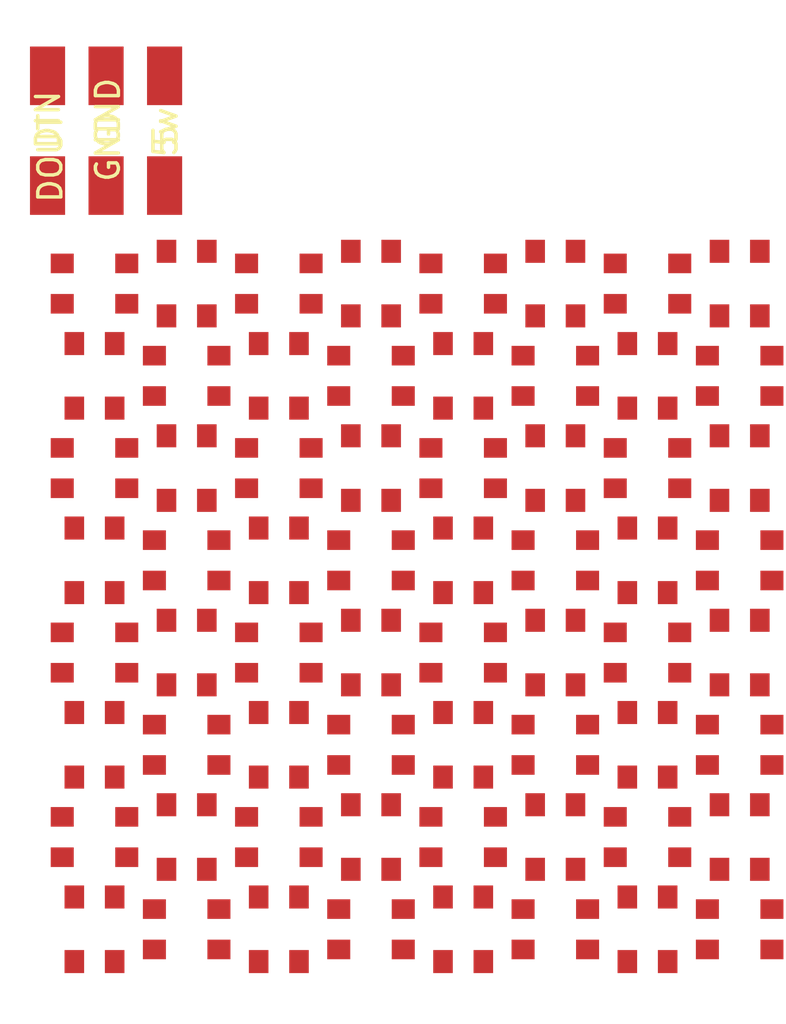
<source format=kicad_pcb>
(kicad_pcb (version 20171130) (host pcbnew 5.1.9)

  (general
    (thickness 1.6002)
    (drawings 0)
    (tracks 0)
    (zones 0)
    (modules 66)
    (nets 68)
  )

  (page USLetter)
  (title_block
    (rev 1)
  )

  (layers
    (0 Front signal)
    (1 In1.Cu signal)
    (2 In2.Cu signal)
    (31 Back signal)
    (34 B.Paste user hide)
    (35 F.Paste user)
    (36 B.SilkS user)
    (37 F.SilkS user hide)
    (38 B.Mask user)
    (39 F.Mask user)
    (44 Edge.Cuts user)
    (45 Margin user)
    (46 B.CrtYd user)
    (47 F.CrtYd user)
    (49 F.Fab user)
  )

  (setup
    (last_trace_width 0.127)
    (user_trace_width 0.15)
    (user_trace_width 0.2)
    (user_trace_width 0.4)
    (user_trace_width 0.6)
    (trace_clearance 0.127)
    (zone_clearance 0.508)
    (zone_45_only no)
    (trace_min 0.127)
    (via_size 0.6)
    (via_drill 0.3)
    (via_min_size 0.6)
    (via_min_drill 0.3)
    (user_via 0.6 0.3)
    (user_via 0.9 0.4)
    (uvia_size 0.6858)
    (uvia_drill 0.3302)
    (uvias_allowed no)
    (uvia_min_size 0)
    (uvia_min_drill 0)
    (edge_width 0.0381)
    (segment_width 0.254)
    (pcb_text_width 0.3048)
    (pcb_text_size 1.524 1.524)
    (mod_edge_width 0.1524)
    (mod_text_size 0.8128 0.8128)
    (mod_text_width 0.1524)
    (pad_size 1.524 1.524)
    (pad_drill 0.762)
    (pad_to_mask_clearance 0)
    (solder_mask_min_width 0.12)
    (aux_axis_origin 0 0)
    (visible_elements FEFFFF7F)
    (pcbplotparams
      (layerselection 0x010fc_ffffffff)
      (usegerberextensions false)
      (usegerberattributes false)
      (usegerberadvancedattributes false)
      (creategerberjobfile false)
      (excludeedgelayer true)
      (linewidth 0.152400)
      (plotframeref false)
      (viasonmask false)
      (mode 1)
      (useauxorigin false)
      (hpglpennumber 1)
      (hpglpenspeed 20)
      (hpglpendiameter 15.000000)
      (psnegative false)
      (psa4output false)
      (plotreference true)
      (plotvalue false)
      (plotinvisibletext false)
      (padsonsilk false)
      (subtractmaskfromsilk true)
      (outputformat 1)
      (mirror false)
      (drillshape 0)
      (scaleselection 1)
      (outputdirectory "./gerbers"))
  )

  (net 0 "")
  (net 1 GND)
  (net 2 N$64)
  (net 3 N$1)
  (net 4 VCC)
  (net 5 N$2)
  (net 6 N$3)
  (net 7 N$4)
  (net 8 N$5)
  (net 9 N$6)
  (net 10 N$7)
  (net 11 N$8)
  (net 12 N$9)
  (net 13 N$10)
  (net 14 N$11)
  (net 15 N$12)
  (net 16 N$13)
  (net 17 N$14)
  (net 18 N$15)
  (net 19 N$16)
  (net 20 N$17)
  (net 21 N$18)
  (net 22 N$19)
  (net 23 N$20)
  (net 24 N$21)
  (net 25 N$22)
  (net 26 N$23)
  (net 27 N$24)
  (net 28 N$25)
  (net 29 N$26)
  (net 30 N$27)
  (net 31 N$28)
  (net 32 N$29)
  (net 33 N$30)
  (net 34 N$31)
  (net 35 N$32)
  (net 36 N$33)
  (net 37 N$34)
  (net 38 N$35)
  (net 39 N$36)
  (net 40 N$37)
  (net 41 N$38)
  (net 42 N$39)
  (net 43 N$40)
  (net 44 N$41)
  (net 45 N$42)
  (net 46 N$43)
  (net 47 N$44)
  (net 48 N$45)
  (net 49 N$46)
  (net 50 N$47)
  (net 51 N$48)
  (net 52 N$49)
  (net 53 N$50)
  (net 54 N$51)
  (net 55 N$52)
  (net 56 N$53)
  (net 57 N$54)
  (net 58 N$55)
  (net 59 N$56)
  (net 60 N$57)
  (net 61 N$58)
  (net 62 N$59)
  (net 63 N$60)
  (net 64 N$61)
  (net 65 N$62)
  (net 66 N$63)
  (net 67 N$65)

  (net_class Default "This is the default net class."
    (clearance 0.127)
    (trace_width 0.127)
    (via_dia 0.6)
    (via_drill 0.3)
    (uvia_dia 0.6858)
    (uvia_drill 0.3302)
    (diff_pair_width 0.1524)
    (diff_pair_gap 0.254)
    (add_net GND)
    (add_net N$1)
    (add_net N$10)
    (add_net N$11)
    (add_net N$12)
    (add_net N$13)
    (add_net N$14)
    (add_net N$15)
    (add_net N$16)
    (add_net N$17)
    (add_net N$18)
    (add_net N$19)
    (add_net N$2)
    (add_net N$20)
    (add_net N$21)
    (add_net N$22)
    (add_net N$23)
    (add_net N$24)
    (add_net N$25)
    (add_net N$26)
    (add_net N$27)
    (add_net N$28)
    (add_net N$29)
    (add_net N$3)
    (add_net N$30)
    (add_net N$31)
    (add_net N$32)
    (add_net N$33)
    (add_net N$34)
    (add_net N$35)
    (add_net N$36)
    (add_net N$37)
    (add_net N$38)
    (add_net N$39)
    (add_net N$4)
    (add_net N$40)
    (add_net N$41)
    (add_net N$42)
    (add_net N$43)
    (add_net N$44)
    (add_net N$45)
    (add_net N$46)
    (add_net N$47)
    (add_net N$48)
    (add_net N$49)
    (add_net N$5)
    (add_net N$50)
    (add_net N$51)
    (add_net N$52)
    (add_net N$53)
    (add_net N$54)
    (add_net N$55)
    (add_net N$56)
    (add_net N$57)
    (add_net N$58)
    (add_net N$59)
    (add_net N$6)
    (add_net N$60)
    (add_net N$61)
    (add_net N$62)
    (add_net N$63)
    (add_net N$64)
    (add_net N$65)
    (add_net N$7)
    (add_net N$8)
    (add_net N$9)
    (add_net VCC)
  )

  (module LED_SK6812MINI_PLCC4_3.5x3.5mm_P1.75mm_lowprofile (layer Front) (tedit 6020297F) (tstamp 602285AD)
    (at 2 2)
    (descr https://cdn-shop.adafruit.com/product-files/2686/SK6812MINI_REV.01-1-2.pdf)
    (tags "LED RGB NeoPixel Mini")
    (path /top/15663401785396411068)
    (attr smd)
    (fp_text reference D1 (at 0 -2.75) (layer F.Fab)
      (effects (font (size 1 1) (thickness 0.15)))
    )
    (fp_text value WS2812B-MINI (at 0 3.25) (layer F.Fab) hide
      (effects (font (size 1 1) (thickness 0.15)))
    )
    (fp_circle (center 0 0) (end 0 -1.5) (layer F.Fab) (width 0.1))
    (fp_line (start 1.75 -1.75) (end -1.75 -1.75) (layer F.Fab) (width 0.1))
    (fp_line (start 1.75 1.75) (end 1.75 -1.75) (layer F.Fab) (width 0.1))
    (fp_line (start -1.75 1.75) (end 1.75 1.75) (layer F.Fab) (width 0.1))
    (fp_line (start -1.75 -1.75) (end -1.75 1.75) (layer F.Fab) (width 0.1))
    (fp_line (start 1.75 0.75) (end 0.75 1.75) (layer F.Fab) (width 0.1))
    (fp_line (start -2 -2) (end -2 2) (layer F.CrtYd) (width 0.05))
    (fp_line (start -2 2) (end 2 2) (layer F.CrtYd) (width 0.05))
    (fp_line (start 2 2) (end 2 -2) (layer F.CrtYd) (width 0.05))
    (fp_line (start 2 -2) (end -2 -2) (layer F.CrtYd) (width 0.05))
    (fp_text user 1 (at -3.5 -0.875) (layer F.Fab)
      (effects (font (size 1 1) (thickness 0.15)))
    )
    (fp_text user %R (at 0 0) (layer F.Fab)
      (effects (font (size 0.5 0.5) (thickness 0.1)))
    )
    (pad 3 smd rect (at 1.4 0.875) (size 1 0.85) (layers Front F.Paste F.Mask)
      (net 1 GND))
    (pad 4 smd rect (at 1.4 -0.875) (size 1 0.85) (layers Front F.Paste F.Mask)
      (net 2 N$64))
    (pad 2 smd rect (at -1.4 0.875) (size 1 0.85) (layers Front F.Paste F.Mask)
      (net 3 N$1))
    (pad 1 smd rect (at -1.4 -0.875) (size 1 0.85) (layers Front F.Paste F.Mask)
      (net 4 VCC))
    (model ${KISYS3DMOD}/LED_SMD.3dshapes/LED_SK6812MINI_PLCC4_3.5x3.5mm_P1.75mm.wrl
      (at (xyz 0 0 0))
      (scale (xyz 1 1 1))
      (rotate (xyz 0 0 0))
    )
  )

  (module LED_SK6812MINI_PLCC4_3.5x3.5mm_P1.75mm_lowprofile (layer Front) (tedit 6020297F) (tstamp 602285C1)
    (at 6 2 90)
    (descr https://cdn-shop.adafruit.com/product-files/2686/SK6812MINI_REV.01-1-2.pdf)
    (tags "LED RGB NeoPixel Mini")
    (path /top/9316234003656323842)
    (attr smd)
    (fp_text reference D2 (at 0 -2.75 90) (layer F.Fab)
      (effects (font (size 1 1) (thickness 0.15)))
    )
    (fp_text value WS2812B-MINI (at 0 3.25 90) (layer F.Fab) hide
      (effects (font (size 1 1) (thickness 0.15)))
    )
    (fp_line (start 2 -2) (end -2 -2) (layer F.CrtYd) (width 0.05))
    (fp_line (start 2 2) (end 2 -2) (layer F.CrtYd) (width 0.05))
    (fp_line (start -2 2) (end 2 2) (layer F.CrtYd) (width 0.05))
    (fp_line (start -2 -2) (end -2 2) (layer F.CrtYd) (width 0.05))
    (fp_line (start 1.75 0.75) (end 0.75 1.75) (layer F.Fab) (width 0.1))
    (fp_line (start -1.75 -1.75) (end -1.75 1.75) (layer F.Fab) (width 0.1))
    (fp_line (start -1.75 1.75) (end 1.75 1.75) (layer F.Fab) (width 0.1))
    (fp_line (start 1.75 1.75) (end 1.75 -1.75) (layer F.Fab) (width 0.1))
    (fp_line (start 1.75 -1.75) (end -1.75 -1.75) (layer F.Fab) (width 0.1))
    (fp_circle (center 0 0) (end 0 -1.5) (layer F.Fab) (width 0.1))
    (fp_text user %R (at 0 0 90) (layer F.Fab)
      (effects (font (size 0.5 0.5) (thickness 0.1)))
    )
    (fp_text user 1 (at -3.5 -0.875 90) (layer F.Fab)
      (effects (font (size 1 1) (thickness 0.15)))
    )
    (pad 1 smd rect (at -1.4 -0.875 90) (size 1 0.85) (layers Front F.Paste F.Mask)
      (net 4 VCC))
    (pad 2 smd rect (at -1.4 0.875 90) (size 1 0.85) (layers Front F.Paste F.Mask)
      (net 5 N$2))
    (pad 4 smd rect (at 1.4 -0.875 90) (size 1 0.85) (layers Front F.Paste F.Mask)
      (net 3 N$1))
    (pad 3 smd rect (at 1.4 0.875 90) (size 1 0.85) (layers Front F.Paste F.Mask)
      (net 1 GND))
    (model ${KISYS3DMOD}/LED_SMD.3dshapes/LED_SK6812MINI_PLCC4_3.5x3.5mm_P1.75mm.wrl
      (at (xyz 0 0 0))
      (scale (xyz 1 1 1))
      (rotate (xyz 0 0 0))
    )
  )

  (module LED_SK6812MINI_PLCC4_3.5x3.5mm_P1.75mm_lowprofile (layer Front) (tedit 6020297F) (tstamp 602285D5)
    (at 10 2)
    (descr https://cdn-shop.adafruit.com/product-files/2686/SK6812MINI_REV.01-1-2.pdf)
    (tags "LED RGB NeoPixel Mini")
    (path /top/1306671164528086450)
    (attr smd)
    (fp_text reference D3 (at 0 -2.75) (layer F.Fab)
      (effects (font (size 1 1) (thickness 0.15)))
    )
    (fp_text value WS2812B-MINI (at 0 3.25) (layer F.Fab) hide
      (effects (font (size 1 1) (thickness 0.15)))
    )
    (fp_line (start 2 -2) (end -2 -2) (layer F.CrtYd) (width 0.05))
    (fp_line (start 2 2) (end 2 -2) (layer F.CrtYd) (width 0.05))
    (fp_line (start -2 2) (end 2 2) (layer F.CrtYd) (width 0.05))
    (fp_line (start -2 -2) (end -2 2) (layer F.CrtYd) (width 0.05))
    (fp_line (start 1.75 0.75) (end 0.75 1.75) (layer F.Fab) (width 0.1))
    (fp_line (start -1.75 -1.75) (end -1.75 1.75) (layer F.Fab) (width 0.1))
    (fp_line (start -1.75 1.75) (end 1.75 1.75) (layer F.Fab) (width 0.1))
    (fp_line (start 1.75 1.75) (end 1.75 -1.75) (layer F.Fab) (width 0.1))
    (fp_line (start 1.75 -1.75) (end -1.75 -1.75) (layer F.Fab) (width 0.1))
    (fp_circle (center 0 0) (end 0 -1.5) (layer F.Fab) (width 0.1))
    (fp_text user %R (at 0 0) (layer F.Fab)
      (effects (font (size 0.5 0.5) (thickness 0.1)))
    )
    (fp_text user 1 (at -3.5 -0.875) (layer F.Fab)
      (effects (font (size 1 1) (thickness 0.15)))
    )
    (pad 1 smd rect (at -1.4 -0.875) (size 1 0.85) (layers Front F.Paste F.Mask)
      (net 4 VCC))
    (pad 2 smd rect (at -1.4 0.875) (size 1 0.85) (layers Front F.Paste F.Mask)
      (net 6 N$3))
    (pad 4 smd rect (at 1.4 -0.875) (size 1 0.85) (layers Front F.Paste F.Mask)
      (net 5 N$2))
    (pad 3 smd rect (at 1.4 0.875) (size 1 0.85) (layers Front F.Paste F.Mask)
      (net 1 GND))
    (model ${KISYS3DMOD}/LED_SMD.3dshapes/LED_SK6812MINI_PLCC4_3.5x3.5mm_P1.75mm.wrl
      (at (xyz 0 0 0))
      (scale (xyz 1 1 1))
      (rotate (xyz 0 0 0))
    )
  )

  (module LED_SK6812MINI_PLCC4_3.5x3.5mm_P1.75mm_lowprofile (layer Front) (tedit 6020297F) (tstamp 602285E9)
    (at 14 2 90)
    (descr https://cdn-shop.adafruit.com/product-files/2686/SK6812MINI_REV.01-1-2.pdf)
    (tags "LED RGB NeoPixel Mini")
    (path /top/11470105806859665415)
    (attr smd)
    (fp_text reference D4 (at 0 -2.75 90) (layer F.Fab)
      (effects (font (size 1 1) (thickness 0.15)))
    )
    (fp_text value WS2812B-MINI (at 0 3.25 90) (layer F.Fab) hide
      (effects (font (size 1 1) (thickness 0.15)))
    )
    (fp_line (start 2 -2) (end -2 -2) (layer F.CrtYd) (width 0.05))
    (fp_line (start 2 2) (end 2 -2) (layer F.CrtYd) (width 0.05))
    (fp_line (start -2 2) (end 2 2) (layer F.CrtYd) (width 0.05))
    (fp_line (start -2 -2) (end -2 2) (layer F.CrtYd) (width 0.05))
    (fp_line (start 1.75 0.75) (end 0.75 1.75) (layer F.Fab) (width 0.1))
    (fp_line (start -1.75 -1.75) (end -1.75 1.75) (layer F.Fab) (width 0.1))
    (fp_line (start -1.75 1.75) (end 1.75 1.75) (layer F.Fab) (width 0.1))
    (fp_line (start 1.75 1.75) (end 1.75 -1.75) (layer F.Fab) (width 0.1))
    (fp_line (start 1.75 -1.75) (end -1.75 -1.75) (layer F.Fab) (width 0.1))
    (fp_circle (center 0 0) (end 0 -1.5) (layer F.Fab) (width 0.1))
    (fp_text user %R (at 0 0 90) (layer F.Fab)
      (effects (font (size 0.5 0.5) (thickness 0.1)))
    )
    (fp_text user 1 (at -3.5 -0.875 90) (layer F.Fab)
      (effects (font (size 1 1) (thickness 0.15)))
    )
    (pad 1 smd rect (at -1.4 -0.875 90) (size 1 0.85) (layers Front F.Paste F.Mask)
      (net 4 VCC))
    (pad 2 smd rect (at -1.4 0.875 90) (size 1 0.85) (layers Front F.Paste F.Mask)
      (net 7 N$4))
    (pad 4 smd rect (at 1.4 -0.875 90) (size 1 0.85) (layers Front F.Paste F.Mask)
      (net 6 N$3))
    (pad 3 smd rect (at 1.4 0.875 90) (size 1 0.85) (layers Front F.Paste F.Mask)
      (net 1 GND))
    (model ${KISYS3DMOD}/LED_SMD.3dshapes/LED_SK6812MINI_PLCC4_3.5x3.5mm_P1.75mm.wrl
      (at (xyz 0 0 0))
      (scale (xyz 1 1 1))
      (rotate (xyz 0 0 0))
    )
  )

  (module LED_SK6812MINI_PLCC4_3.5x3.5mm_P1.75mm_lowprofile (layer Front) (tedit 6020297F) (tstamp 602285FD)
    (at 18 2)
    (descr https://cdn-shop.adafruit.com/product-files/2686/SK6812MINI_REV.01-1-2.pdf)
    (tags "LED RGB NeoPixel Mini")
    (path /top/11257883931351346512)
    (attr smd)
    (fp_text reference D5 (at 0 -2.75) (layer F.Fab)
      (effects (font (size 1 1) (thickness 0.15)))
    )
    (fp_text value WS2812B-MINI (at 0 3.25) (layer F.Fab) hide
      (effects (font (size 1 1) (thickness 0.15)))
    )
    (fp_line (start 2 -2) (end -2 -2) (layer F.CrtYd) (width 0.05))
    (fp_line (start 2 2) (end 2 -2) (layer F.CrtYd) (width 0.05))
    (fp_line (start -2 2) (end 2 2) (layer F.CrtYd) (width 0.05))
    (fp_line (start -2 -2) (end -2 2) (layer F.CrtYd) (width 0.05))
    (fp_line (start 1.75 0.75) (end 0.75 1.75) (layer F.Fab) (width 0.1))
    (fp_line (start -1.75 -1.75) (end -1.75 1.75) (layer F.Fab) (width 0.1))
    (fp_line (start -1.75 1.75) (end 1.75 1.75) (layer F.Fab) (width 0.1))
    (fp_line (start 1.75 1.75) (end 1.75 -1.75) (layer F.Fab) (width 0.1))
    (fp_line (start 1.75 -1.75) (end -1.75 -1.75) (layer F.Fab) (width 0.1))
    (fp_circle (center 0 0) (end 0 -1.5) (layer F.Fab) (width 0.1))
    (fp_text user %R (at 0 0) (layer F.Fab)
      (effects (font (size 0.5 0.5) (thickness 0.1)))
    )
    (fp_text user 1 (at -3.5 -0.875) (layer F.Fab)
      (effects (font (size 1 1) (thickness 0.15)))
    )
    (pad 1 smd rect (at -1.4 -0.875) (size 1 0.85) (layers Front F.Paste F.Mask)
      (net 4 VCC))
    (pad 2 smd rect (at -1.4 0.875) (size 1 0.85) (layers Front F.Paste F.Mask)
      (net 8 N$5))
    (pad 4 smd rect (at 1.4 -0.875) (size 1 0.85) (layers Front F.Paste F.Mask)
      (net 7 N$4))
    (pad 3 smd rect (at 1.4 0.875) (size 1 0.85) (layers Front F.Paste F.Mask)
      (net 1 GND))
    (model ${KISYS3DMOD}/LED_SMD.3dshapes/LED_SK6812MINI_PLCC4_3.5x3.5mm_P1.75mm.wrl
      (at (xyz 0 0 0))
      (scale (xyz 1 1 1))
      (rotate (xyz 0 0 0))
    )
  )

  (module LED_SK6812MINI_PLCC4_3.5x3.5mm_P1.75mm_lowprofile (layer Front) (tedit 6020297F) (tstamp 60228611)
    (at 22 2 90)
    (descr https://cdn-shop.adafruit.com/product-files/2686/SK6812MINI_REV.01-1-2.pdf)
    (tags "LED RGB NeoPixel Mini")
    (path /top/15651499232577102870)
    (attr smd)
    (fp_text reference D6 (at 0 -2.75 90) (layer F.Fab)
      (effects (font (size 1 1) (thickness 0.15)))
    )
    (fp_text value WS2812B-MINI (at 0 3.25 90) (layer F.Fab) hide
      (effects (font (size 1 1) (thickness 0.15)))
    )
    (fp_circle (center 0 0) (end 0 -1.5) (layer F.Fab) (width 0.1))
    (fp_line (start 1.75 -1.75) (end -1.75 -1.75) (layer F.Fab) (width 0.1))
    (fp_line (start 1.75 1.75) (end 1.75 -1.75) (layer F.Fab) (width 0.1))
    (fp_line (start -1.75 1.75) (end 1.75 1.75) (layer F.Fab) (width 0.1))
    (fp_line (start -1.75 -1.75) (end -1.75 1.75) (layer F.Fab) (width 0.1))
    (fp_line (start 1.75 0.75) (end 0.75 1.75) (layer F.Fab) (width 0.1))
    (fp_line (start -2 -2) (end -2 2) (layer F.CrtYd) (width 0.05))
    (fp_line (start -2 2) (end 2 2) (layer F.CrtYd) (width 0.05))
    (fp_line (start 2 2) (end 2 -2) (layer F.CrtYd) (width 0.05))
    (fp_line (start 2 -2) (end -2 -2) (layer F.CrtYd) (width 0.05))
    (fp_text user 1 (at -3.5 -0.875 90) (layer F.Fab)
      (effects (font (size 1 1) (thickness 0.15)))
    )
    (fp_text user %R (at 0 0 90) (layer F.Fab)
      (effects (font (size 0.5 0.5) (thickness 0.1)))
    )
    (pad 3 smd rect (at 1.4 0.875 90) (size 1 0.85) (layers Front F.Paste F.Mask)
      (net 1 GND))
    (pad 4 smd rect (at 1.4 -0.875 90) (size 1 0.85) (layers Front F.Paste F.Mask)
      (net 8 N$5))
    (pad 2 smd rect (at -1.4 0.875 90) (size 1 0.85) (layers Front F.Paste F.Mask)
      (net 9 N$6))
    (pad 1 smd rect (at -1.4 -0.875 90) (size 1 0.85) (layers Front F.Paste F.Mask)
      (net 4 VCC))
    (model ${KISYS3DMOD}/LED_SMD.3dshapes/LED_SK6812MINI_PLCC4_3.5x3.5mm_P1.75mm.wrl
      (at (xyz 0 0 0))
      (scale (xyz 1 1 1))
      (rotate (xyz 0 0 0))
    )
  )

  (module LED_SK6812MINI_PLCC4_3.5x3.5mm_P1.75mm_lowprofile (layer Front) (tedit 6020297F) (tstamp 60228625)
    (at 26 2)
    (descr https://cdn-shop.adafruit.com/product-files/2686/SK6812MINI_REV.01-1-2.pdf)
    (tags "LED RGB NeoPixel Mini")
    (path /top/5035410882449177143)
    (attr smd)
    (fp_text reference D7 (at 0 -2.75) (layer F.Fab)
      (effects (font (size 1 1) (thickness 0.15)))
    )
    (fp_text value WS2812B-MINI (at 0 3.25) (layer F.Fab) hide
      (effects (font (size 1 1) (thickness 0.15)))
    )
    (fp_circle (center 0 0) (end 0 -1.5) (layer F.Fab) (width 0.1))
    (fp_line (start 1.75 -1.75) (end -1.75 -1.75) (layer F.Fab) (width 0.1))
    (fp_line (start 1.75 1.75) (end 1.75 -1.75) (layer F.Fab) (width 0.1))
    (fp_line (start -1.75 1.75) (end 1.75 1.75) (layer F.Fab) (width 0.1))
    (fp_line (start -1.75 -1.75) (end -1.75 1.75) (layer F.Fab) (width 0.1))
    (fp_line (start 1.75 0.75) (end 0.75 1.75) (layer F.Fab) (width 0.1))
    (fp_line (start -2 -2) (end -2 2) (layer F.CrtYd) (width 0.05))
    (fp_line (start -2 2) (end 2 2) (layer F.CrtYd) (width 0.05))
    (fp_line (start 2 2) (end 2 -2) (layer F.CrtYd) (width 0.05))
    (fp_line (start 2 -2) (end -2 -2) (layer F.CrtYd) (width 0.05))
    (fp_text user 1 (at -3.5 -0.875) (layer F.Fab)
      (effects (font (size 1 1) (thickness 0.15)))
    )
    (fp_text user %R (at 0 0) (layer F.Fab)
      (effects (font (size 0.5 0.5) (thickness 0.1)))
    )
    (pad 3 smd rect (at 1.4 0.875) (size 1 0.85) (layers Front F.Paste F.Mask)
      (net 1 GND))
    (pad 4 smd rect (at 1.4 -0.875) (size 1 0.85) (layers Front F.Paste F.Mask)
      (net 9 N$6))
    (pad 2 smd rect (at -1.4 0.875) (size 1 0.85) (layers Front F.Paste F.Mask)
      (net 10 N$7))
    (pad 1 smd rect (at -1.4 -0.875) (size 1 0.85) (layers Front F.Paste F.Mask)
      (net 4 VCC))
    (model ${KISYS3DMOD}/LED_SMD.3dshapes/LED_SK6812MINI_PLCC4_3.5x3.5mm_P1.75mm.wrl
      (at (xyz 0 0 0))
      (scale (xyz 1 1 1))
      (rotate (xyz 0 0 0))
    )
  )

  (module LED_SK6812MINI_PLCC4_3.5x3.5mm_P1.75mm_lowprofile (layer Front) (tedit 6020297F) (tstamp 60228639)
    (at 30 2 90)
    (descr https://cdn-shop.adafruit.com/product-files/2686/SK6812MINI_REV.01-1-2.pdf)
    (tags "LED RGB NeoPixel Mini")
    (path /top/3665435702363558420)
    (attr smd)
    (fp_text reference D8 (at 0 -2.75 90) (layer F.Fab)
      (effects (font (size 1 1) (thickness 0.15)))
    )
    (fp_text value WS2812B-MINI (at 0 3.25 90) (layer F.Fab) hide
      (effects (font (size 1 1) (thickness 0.15)))
    )
    (fp_line (start 2 -2) (end -2 -2) (layer F.CrtYd) (width 0.05))
    (fp_line (start 2 2) (end 2 -2) (layer F.CrtYd) (width 0.05))
    (fp_line (start -2 2) (end 2 2) (layer F.CrtYd) (width 0.05))
    (fp_line (start -2 -2) (end -2 2) (layer F.CrtYd) (width 0.05))
    (fp_line (start 1.75 0.75) (end 0.75 1.75) (layer F.Fab) (width 0.1))
    (fp_line (start -1.75 -1.75) (end -1.75 1.75) (layer F.Fab) (width 0.1))
    (fp_line (start -1.75 1.75) (end 1.75 1.75) (layer F.Fab) (width 0.1))
    (fp_line (start 1.75 1.75) (end 1.75 -1.75) (layer F.Fab) (width 0.1))
    (fp_line (start 1.75 -1.75) (end -1.75 -1.75) (layer F.Fab) (width 0.1))
    (fp_circle (center 0 0) (end 0 -1.5) (layer F.Fab) (width 0.1))
    (fp_text user %R (at 0 0 90) (layer F.Fab)
      (effects (font (size 0.5 0.5) (thickness 0.1)))
    )
    (fp_text user 1 (at -3.5 -0.875 90) (layer F.Fab)
      (effects (font (size 1 1) (thickness 0.15)))
    )
    (pad 1 smd rect (at -1.4 -0.875 90) (size 1 0.85) (layers Front F.Paste F.Mask)
      (net 4 VCC))
    (pad 2 smd rect (at -1.4 0.875 90) (size 1 0.85) (layers Front F.Paste F.Mask)
      (net 11 N$8))
    (pad 4 smd rect (at 1.4 -0.875 90) (size 1 0.85) (layers Front F.Paste F.Mask)
      (net 10 N$7))
    (pad 3 smd rect (at 1.4 0.875 90) (size 1 0.85) (layers Front F.Paste F.Mask)
      (net 1 GND))
    (model ${KISYS3DMOD}/LED_SMD.3dshapes/LED_SK6812MINI_PLCC4_3.5x3.5mm_P1.75mm.wrl
      (at (xyz 0 0 0))
      (scale (xyz 1 1 1))
      (rotate (xyz 0 0 0))
    )
  )

  (module LED_SK6812MINI_PLCC4_3.5x3.5mm_P1.75mm_lowprofile (layer Front) (tedit 6020297F) (tstamp 6022864D)
    (at 30 6)
    (descr https://cdn-shop.adafruit.com/product-files/2686/SK6812MINI_REV.01-1-2.pdf)
    (tags "LED RGB NeoPixel Mini")
    (path /top/13583487233742302706)
    (attr smd)
    (fp_text reference D9 (at 0 -2.75) (layer F.Fab)
      (effects (font (size 1 1) (thickness 0.15)))
    )
    (fp_text value WS2812B-MINI (at 0 3.25) (layer F.Fab) hide
      (effects (font (size 1 1) (thickness 0.15)))
    )
    (fp_circle (center 0 0) (end 0 -1.5) (layer F.Fab) (width 0.1))
    (fp_line (start 1.75 -1.75) (end -1.75 -1.75) (layer F.Fab) (width 0.1))
    (fp_line (start 1.75 1.75) (end 1.75 -1.75) (layer F.Fab) (width 0.1))
    (fp_line (start -1.75 1.75) (end 1.75 1.75) (layer F.Fab) (width 0.1))
    (fp_line (start -1.75 -1.75) (end -1.75 1.75) (layer F.Fab) (width 0.1))
    (fp_line (start 1.75 0.75) (end 0.75 1.75) (layer F.Fab) (width 0.1))
    (fp_line (start -2 -2) (end -2 2) (layer F.CrtYd) (width 0.05))
    (fp_line (start -2 2) (end 2 2) (layer F.CrtYd) (width 0.05))
    (fp_line (start 2 2) (end 2 -2) (layer F.CrtYd) (width 0.05))
    (fp_line (start 2 -2) (end -2 -2) (layer F.CrtYd) (width 0.05))
    (fp_text user 1 (at -3.5 -0.875) (layer F.Fab)
      (effects (font (size 1 1) (thickness 0.15)))
    )
    (fp_text user %R (at 0 0) (layer F.Fab)
      (effects (font (size 0.5 0.5) (thickness 0.1)))
    )
    (pad 3 smd rect (at 1.4 0.875) (size 1 0.85) (layers Front F.Paste F.Mask)
      (net 1 GND))
    (pad 4 smd rect (at 1.4 -0.875) (size 1 0.85) (layers Front F.Paste F.Mask)
      (net 11 N$8))
    (pad 2 smd rect (at -1.4 0.875) (size 1 0.85) (layers Front F.Paste F.Mask)
      (net 12 N$9))
    (pad 1 smd rect (at -1.4 -0.875) (size 1 0.85) (layers Front F.Paste F.Mask)
      (net 4 VCC))
    (model ${KISYS3DMOD}/LED_SMD.3dshapes/LED_SK6812MINI_PLCC4_3.5x3.5mm_P1.75mm.wrl
      (at (xyz 0 0 0))
      (scale (xyz 1 1 1))
      (rotate (xyz 0 0 0))
    )
  )

  (module LED_SK6812MINI_PLCC4_3.5x3.5mm_P1.75mm_lowprofile (layer Front) (tedit 6020297F) (tstamp 60228661)
    (at 26 6 90)
    (descr https://cdn-shop.adafruit.com/product-files/2686/SK6812MINI_REV.01-1-2.pdf)
    (tags "LED RGB NeoPixel Mini")
    (path /top/6750551114805709734)
    (attr smd)
    (fp_text reference D10 (at 0 -2.75 90) (layer F.Fab)
      (effects (font (size 1 1) (thickness 0.15)))
    )
    (fp_text value WS2812B-MINI (at 0 3.25 90) (layer F.Fab) hide
      (effects (font (size 1 1) (thickness 0.15)))
    )
    (fp_line (start 2 -2) (end -2 -2) (layer F.CrtYd) (width 0.05))
    (fp_line (start 2 2) (end 2 -2) (layer F.CrtYd) (width 0.05))
    (fp_line (start -2 2) (end 2 2) (layer F.CrtYd) (width 0.05))
    (fp_line (start -2 -2) (end -2 2) (layer F.CrtYd) (width 0.05))
    (fp_line (start 1.75 0.75) (end 0.75 1.75) (layer F.Fab) (width 0.1))
    (fp_line (start -1.75 -1.75) (end -1.75 1.75) (layer F.Fab) (width 0.1))
    (fp_line (start -1.75 1.75) (end 1.75 1.75) (layer F.Fab) (width 0.1))
    (fp_line (start 1.75 1.75) (end 1.75 -1.75) (layer F.Fab) (width 0.1))
    (fp_line (start 1.75 -1.75) (end -1.75 -1.75) (layer F.Fab) (width 0.1))
    (fp_circle (center 0 0) (end 0 -1.5) (layer F.Fab) (width 0.1))
    (fp_text user %R (at 0 0 90) (layer F.Fab)
      (effects (font (size 0.5 0.5) (thickness 0.1)))
    )
    (fp_text user 1 (at -3.5 -0.875 90) (layer F.Fab)
      (effects (font (size 1 1) (thickness 0.15)))
    )
    (pad 1 smd rect (at -1.4 -0.875 90) (size 1 0.85) (layers Front F.Paste F.Mask)
      (net 4 VCC))
    (pad 2 smd rect (at -1.4 0.875 90) (size 1 0.85) (layers Front F.Paste F.Mask)
      (net 13 N$10))
    (pad 4 smd rect (at 1.4 -0.875 90) (size 1 0.85) (layers Front F.Paste F.Mask)
      (net 12 N$9))
    (pad 3 smd rect (at 1.4 0.875 90) (size 1 0.85) (layers Front F.Paste F.Mask)
      (net 1 GND))
    (model ${KISYS3DMOD}/LED_SMD.3dshapes/LED_SK6812MINI_PLCC4_3.5x3.5mm_P1.75mm.wrl
      (at (xyz 0 0 0))
      (scale (xyz 1 1 1))
      (rotate (xyz 0 0 0))
    )
  )

  (module LED_SK6812MINI_PLCC4_3.5x3.5mm_P1.75mm_lowprofile (layer Front) (tedit 6020297F) (tstamp 60228675)
    (at 22 6)
    (descr https://cdn-shop.adafruit.com/product-files/2686/SK6812MINI_REV.01-1-2.pdf)
    (tags "LED RGB NeoPixel Mini")
    (path /top/18086101133225560488)
    (attr smd)
    (fp_text reference D11 (at 0 -2.75) (layer F.Fab)
      (effects (font (size 1 1) (thickness 0.15)))
    )
    (fp_text value WS2812B-MINI (at 0 3.25) (layer F.Fab) hide
      (effects (font (size 1 1) (thickness 0.15)))
    )
    (fp_circle (center 0 0) (end 0 -1.5) (layer F.Fab) (width 0.1))
    (fp_line (start 1.75 -1.75) (end -1.75 -1.75) (layer F.Fab) (width 0.1))
    (fp_line (start 1.75 1.75) (end 1.75 -1.75) (layer F.Fab) (width 0.1))
    (fp_line (start -1.75 1.75) (end 1.75 1.75) (layer F.Fab) (width 0.1))
    (fp_line (start -1.75 -1.75) (end -1.75 1.75) (layer F.Fab) (width 0.1))
    (fp_line (start 1.75 0.75) (end 0.75 1.75) (layer F.Fab) (width 0.1))
    (fp_line (start -2 -2) (end -2 2) (layer F.CrtYd) (width 0.05))
    (fp_line (start -2 2) (end 2 2) (layer F.CrtYd) (width 0.05))
    (fp_line (start 2 2) (end 2 -2) (layer F.CrtYd) (width 0.05))
    (fp_line (start 2 -2) (end -2 -2) (layer F.CrtYd) (width 0.05))
    (fp_text user 1 (at -3.5 -0.875) (layer F.Fab)
      (effects (font (size 1 1) (thickness 0.15)))
    )
    (fp_text user %R (at 0 0) (layer F.Fab)
      (effects (font (size 0.5 0.5) (thickness 0.1)))
    )
    (pad 3 smd rect (at 1.4 0.875) (size 1 0.85) (layers Front F.Paste F.Mask)
      (net 1 GND))
    (pad 4 smd rect (at 1.4 -0.875) (size 1 0.85) (layers Front F.Paste F.Mask)
      (net 13 N$10))
    (pad 2 smd rect (at -1.4 0.875) (size 1 0.85) (layers Front F.Paste F.Mask)
      (net 14 N$11))
    (pad 1 smd rect (at -1.4 -0.875) (size 1 0.85) (layers Front F.Paste F.Mask)
      (net 4 VCC))
    (model ${KISYS3DMOD}/LED_SMD.3dshapes/LED_SK6812MINI_PLCC4_3.5x3.5mm_P1.75mm.wrl
      (at (xyz 0 0 0))
      (scale (xyz 1 1 1))
      (rotate (xyz 0 0 0))
    )
  )

  (module LED_SK6812MINI_PLCC4_3.5x3.5mm_P1.75mm_lowprofile (layer Front) (tedit 6020297F) (tstamp 60228689)
    (at 18 6 90)
    (descr https://cdn-shop.adafruit.com/product-files/2686/SK6812MINI_REV.01-1-2.pdf)
    (tags "LED RGB NeoPixel Mini")
    (path /top/16346667030754189948)
    (attr smd)
    (fp_text reference D12 (at 0 -2.75 90) (layer F.Fab)
      (effects (font (size 1 1) (thickness 0.15)))
    )
    (fp_text value WS2812B-MINI (at 0 3.25 90) (layer F.Fab) hide
      (effects (font (size 1 1) (thickness 0.15)))
    )
    (fp_line (start 2 -2) (end -2 -2) (layer F.CrtYd) (width 0.05))
    (fp_line (start 2 2) (end 2 -2) (layer F.CrtYd) (width 0.05))
    (fp_line (start -2 2) (end 2 2) (layer F.CrtYd) (width 0.05))
    (fp_line (start -2 -2) (end -2 2) (layer F.CrtYd) (width 0.05))
    (fp_line (start 1.75 0.75) (end 0.75 1.75) (layer F.Fab) (width 0.1))
    (fp_line (start -1.75 -1.75) (end -1.75 1.75) (layer F.Fab) (width 0.1))
    (fp_line (start -1.75 1.75) (end 1.75 1.75) (layer F.Fab) (width 0.1))
    (fp_line (start 1.75 1.75) (end 1.75 -1.75) (layer F.Fab) (width 0.1))
    (fp_line (start 1.75 -1.75) (end -1.75 -1.75) (layer F.Fab) (width 0.1))
    (fp_circle (center 0 0) (end 0 -1.5) (layer F.Fab) (width 0.1))
    (fp_text user %R (at 0 0 90) (layer F.Fab)
      (effects (font (size 0.5 0.5) (thickness 0.1)))
    )
    (fp_text user 1 (at -3.5 -0.875 90) (layer F.Fab)
      (effects (font (size 1 1) (thickness 0.15)))
    )
    (pad 1 smd rect (at -1.4 -0.875 90) (size 1 0.85) (layers Front F.Paste F.Mask)
      (net 4 VCC))
    (pad 2 smd rect (at -1.4 0.875 90) (size 1 0.85) (layers Front F.Paste F.Mask)
      (net 15 N$12))
    (pad 4 smd rect (at 1.4 -0.875 90) (size 1 0.85) (layers Front F.Paste F.Mask)
      (net 14 N$11))
    (pad 3 smd rect (at 1.4 0.875 90) (size 1 0.85) (layers Front F.Paste F.Mask)
      (net 1 GND))
    (model ${KISYS3DMOD}/LED_SMD.3dshapes/LED_SK6812MINI_PLCC4_3.5x3.5mm_P1.75mm.wrl
      (at (xyz 0 0 0))
      (scale (xyz 1 1 1))
      (rotate (xyz 0 0 0))
    )
  )

  (module LED_SK6812MINI_PLCC4_3.5x3.5mm_P1.75mm_lowprofile (layer Front) (tedit 6020297F) (tstamp 6022869D)
    (at 14 6)
    (descr https://cdn-shop.adafruit.com/product-files/2686/SK6812MINI_REV.01-1-2.pdf)
    (tags "LED RGB NeoPixel Mini")
    (path /top/11254594210918260007)
    (attr smd)
    (fp_text reference D13 (at 0 -2.75) (layer F.Fab)
      (effects (font (size 1 1) (thickness 0.15)))
    )
    (fp_text value WS2812B-MINI (at 0 3.25) (layer F.Fab) hide
      (effects (font (size 1 1) (thickness 0.15)))
    )
    (fp_circle (center 0 0) (end 0 -1.5) (layer F.Fab) (width 0.1))
    (fp_line (start 1.75 -1.75) (end -1.75 -1.75) (layer F.Fab) (width 0.1))
    (fp_line (start 1.75 1.75) (end 1.75 -1.75) (layer F.Fab) (width 0.1))
    (fp_line (start -1.75 1.75) (end 1.75 1.75) (layer F.Fab) (width 0.1))
    (fp_line (start -1.75 -1.75) (end -1.75 1.75) (layer F.Fab) (width 0.1))
    (fp_line (start 1.75 0.75) (end 0.75 1.75) (layer F.Fab) (width 0.1))
    (fp_line (start -2 -2) (end -2 2) (layer F.CrtYd) (width 0.05))
    (fp_line (start -2 2) (end 2 2) (layer F.CrtYd) (width 0.05))
    (fp_line (start 2 2) (end 2 -2) (layer F.CrtYd) (width 0.05))
    (fp_line (start 2 -2) (end -2 -2) (layer F.CrtYd) (width 0.05))
    (fp_text user 1 (at -3.5 -0.875) (layer F.Fab)
      (effects (font (size 1 1) (thickness 0.15)))
    )
    (fp_text user %R (at 0 0) (layer F.Fab)
      (effects (font (size 0.5 0.5) (thickness 0.1)))
    )
    (pad 3 smd rect (at 1.4 0.875) (size 1 0.85) (layers Front F.Paste F.Mask)
      (net 1 GND))
    (pad 4 smd rect (at 1.4 -0.875) (size 1 0.85) (layers Front F.Paste F.Mask)
      (net 15 N$12))
    (pad 2 smd rect (at -1.4 0.875) (size 1 0.85) (layers Front F.Paste F.Mask)
      (net 16 N$13))
    (pad 1 smd rect (at -1.4 -0.875) (size 1 0.85) (layers Front F.Paste F.Mask)
      (net 4 VCC))
    (model ${KISYS3DMOD}/LED_SMD.3dshapes/LED_SK6812MINI_PLCC4_3.5x3.5mm_P1.75mm.wrl
      (at (xyz 0 0 0))
      (scale (xyz 1 1 1))
      (rotate (xyz 0 0 0))
    )
  )

  (module LED_SK6812MINI_PLCC4_3.5x3.5mm_P1.75mm_lowprofile (layer Front) (tedit 6020297F) (tstamp 602286B1)
    (at 10 6 90)
    (descr https://cdn-shop.adafruit.com/product-files/2686/SK6812MINI_REV.01-1-2.pdf)
    (tags "LED RGB NeoPixel Mini")
    (path /top/14325126327147753395)
    (attr smd)
    (fp_text reference D14 (at 0 -2.75 90) (layer F.Fab)
      (effects (font (size 1 1) (thickness 0.15)))
    )
    (fp_text value WS2812B-MINI (at 0 3.25 90) (layer F.Fab) hide
      (effects (font (size 1 1) (thickness 0.15)))
    )
    (fp_line (start 2 -2) (end -2 -2) (layer F.CrtYd) (width 0.05))
    (fp_line (start 2 2) (end 2 -2) (layer F.CrtYd) (width 0.05))
    (fp_line (start -2 2) (end 2 2) (layer F.CrtYd) (width 0.05))
    (fp_line (start -2 -2) (end -2 2) (layer F.CrtYd) (width 0.05))
    (fp_line (start 1.75 0.75) (end 0.75 1.75) (layer F.Fab) (width 0.1))
    (fp_line (start -1.75 -1.75) (end -1.75 1.75) (layer F.Fab) (width 0.1))
    (fp_line (start -1.75 1.75) (end 1.75 1.75) (layer F.Fab) (width 0.1))
    (fp_line (start 1.75 1.75) (end 1.75 -1.75) (layer F.Fab) (width 0.1))
    (fp_line (start 1.75 -1.75) (end -1.75 -1.75) (layer F.Fab) (width 0.1))
    (fp_circle (center 0 0) (end 0 -1.5) (layer F.Fab) (width 0.1))
    (fp_text user %R (at 0 0 90) (layer F.Fab)
      (effects (font (size 0.5 0.5) (thickness 0.1)))
    )
    (fp_text user 1 (at -3.5 -0.875 90) (layer F.Fab)
      (effects (font (size 1 1) (thickness 0.15)))
    )
    (pad 1 smd rect (at -1.4 -0.875 90) (size 1 0.85) (layers Front F.Paste F.Mask)
      (net 4 VCC))
    (pad 2 smd rect (at -1.4 0.875 90) (size 1 0.85) (layers Front F.Paste F.Mask)
      (net 17 N$14))
    (pad 4 smd rect (at 1.4 -0.875 90) (size 1 0.85) (layers Front F.Paste F.Mask)
      (net 16 N$13))
    (pad 3 smd rect (at 1.4 0.875 90) (size 1 0.85) (layers Front F.Paste F.Mask)
      (net 1 GND))
    (model ${KISYS3DMOD}/LED_SMD.3dshapes/LED_SK6812MINI_PLCC4_3.5x3.5mm_P1.75mm.wrl
      (at (xyz 0 0 0))
      (scale (xyz 1 1 1))
      (rotate (xyz 0 0 0))
    )
  )

  (module LED_SK6812MINI_PLCC4_3.5x3.5mm_P1.75mm_lowprofile (layer Front) (tedit 6020297F) (tstamp 602286C5)
    (at 6 6)
    (descr https://cdn-shop.adafruit.com/product-files/2686/SK6812MINI_REV.01-1-2.pdf)
    (tags "LED RGB NeoPixel Mini")
    (path /top/9109399106561220230)
    (attr smd)
    (fp_text reference D15 (at 0 -2.75) (layer F.Fab)
      (effects (font (size 1 1) (thickness 0.15)))
    )
    (fp_text value WS2812B-MINI (at 0 3.25) (layer F.Fab) hide
      (effects (font (size 1 1) (thickness 0.15)))
    )
    (fp_circle (center 0 0) (end 0 -1.5) (layer F.Fab) (width 0.1))
    (fp_line (start 1.75 -1.75) (end -1.75 -1.75) (layer F.Fab) (width 0.1))
    (fp_line (start 1.75 1.75) (end 1.75 -1.75) (layer F.Fab) (width 0.1))
    (fp_line (start -1.75 1.75) (end 1.75 1.75) (layer F.Fab) (width 0.1))
    (fp_line (start -1.75 -1.75) (end -1.75 1.75) (layer F.Fab) (width 0.1))
    (fp_line (start 1.75 0.75) (end 0.75 1.75) (layer F.Fab) (width 0.1))
    (fp_line (start -2 -2) (end -2 2) (layer F.CrtYd) (width 0.05))
    (fp_line (start -2 2) (end 2 2) (layer F.CrtYd) (width 0.05))
    (fp_line (start 2 2) (end 2 -2) (layer F.CrtYd) (width 0.05))
    (fp_line (start 2 -2) (end -2 -2) (layer F.CrtYd) (width 0.05))
    (fp_text user 1 (at -3.5 -0.875) (layer F.Fab)
      (effects (font (size 1 1) (thickness 0.15)))
    )
    (fp_text user %R (at 0 0) (layer F.Fab)
      (effects (font (size 0.5 0.5) (thickness 0.1)))
    )
    (pad 3 smd rect (at 1.4 0.875) (size 1 0.85) (layers Front F.Paste F.Mask)
      (net 1 GND))
    (pad 4 smd rect (at 1.4 -0.875) (size 1 0.85) (layers Front F.Paste F.Mask)
      (net 17 N$14))
    (pad 2 smd rect (at -1.4 0.875) (size 1 0.85) (layers Front F.Paste F.Mask)
      (net 18 N$15))
    (pad 1 smd rect (at -1.4 -0.875) (size 1 0.85) (layers Front F.Paste F.Mask)
      (net 4 VCC))
    (model ${KISYS3DMOD}/LED_SMD.3dshapes/LED_SK6812MINI_PLCC4_3.5x3.5mm_P1.75mm.wrl
      (at (xyz 0 0 0))
      (scale (xyz 1 1 1))
      (rotate (xyz 0 0 0))
    )
  )

  (module LED_SK6812MINI_PLCC4_3.5x3.5mm_P1.75mm_lowprofile (layer Front) (tedit 6020297F) (tstamp 602286D9)
    (at 2 6 90)
    (descr https://cdn-shop.adafruit.com/product-files/2686/SK6812MINI_REV.01-1-2.pdf)
    (tags "LED RGB NeoPixel Mini")
    (path /top/14835212535893379259)
    (attr smd)
    (fp_text reference D16 (at 0 -2.75 90) (layer F.Fab)
      (effects (font (size 1 1) (thickness 0.15)))
    )
    (fp_text value WS2812B-MINI (at 0 3.25 90) (layer F.Fab) hide
      (effects (font (size 1 1) (thickness 0.15)))
    )
    (fp_line (start 2 -2) (end -2 -2) (layer F.CrtYd) (width 0.05))
    (fp_line (start 2 2) (end 2 -2) (layer F.CrtYd) (width 0.05))
    (fp_line (start -2 2) (end 2 2) (layer F.CrtYd) (width 0.05))
    (fp_line (start -2 -2) (end -2 2) (layer F.CrtYd) (width 0.05))
    (fp_line (start 1.75 0.75) (end 0.75 1.75) (layer F.Fab) (width 0.1))
    (fp_line (start -1.75 -1.75) (end -1.75 1.75) (layer F.Fab) (width 0.1))
    (fp_line (start -1.75 1.75) (end 1.75 1.75) (layer F.Fab) (width 0.1))
    (fp_line (start 1.75 1.75) (end 1.75 -1.75) (layer F.Fab) (width 0.1))
    (fp_line (start 1.75 -1.75) (end -1.75 -1.75) (layer F.Fab) (width 0.1))
    (fp_circle (center 0 0) (end 0 -1.5) (layer F.Fab) (width 0.1))
    (fp_text user %R (at 0 0 90) (layer F.Fab)
      (effects (font (size 0.5 0.5) (thickness 0.1)))
    )
    (fp_text user 1 (at -3.5 -0.875 90) (layer F.Fab)
      (effects (font (size 1 1) (thickness 0.15)))
    )
    (pad 1 smd rect (at -1.4 -0.875 90) (size 1 0.85) (layers Front F.Paste F.Mask)
      (net 4 VCC))
    (pad 2 smd rect (at -1.4 0.875 90) (size 1 0.85) (layers Front F.Paste F.Mask)
      (net 19 N$16))
    (pad 4 smd rect (at 1.4 -0.875 90) (size 1 0.85) (layers Front F.Paste F.Mask)
      (net 18 N$15))
    (pad 3 smd rect (at 1.4 0.875 90) (size 1 0.85) (layers Front F.Paste F.Mask)
      (net 1 GND))
    (model ${KISYS3DMOD}/LED_SMD.3dshapes/LED_SK6812MINI_PLCC4_3.5x3.5mm_P1.75mm.wrl
      (at (xyz 0 0 0))
      (scale (xyz 1 1 1))
      (rotate (xyz 0 0 0))
    )
  )

  (module LED_SK6812MINI_PLCC4_3.5x3.5mm_P1.75mm_lowprofile (layer Front) (tedit 6020297F) (tstamp 602286ED)
    (at 2 10)
    (descr https://cdn-shop.adafruit.com/product-files/2686/SK6812MINI_REV.01-1-2.pdf)
    (tags "LED RGB NeoPixel Mini")
    (path /top/853222010884826393)
    (attr smd)
    (fp_text reference D17 (at 0 -2.75) (layer F.Fab)
      (effects (font (size 1 1) (thickness 0.15)))
    )
    (fp_text value WS2812B-MINI (at 0 3.25) (layer F.Fab) hide
      (effects (font (size 1 1) (thickness 0.15)))
    )
    (fp_line (start 2 -2) (end -2 -2) (layer F.CrtYd) (width 0.05))
    (fp_line (start 2 2) (end 2 -2) (layer F.CrtYd) (width 0.05))
    (fp_line (start -2 2) (end 2 2) (layer F.CrtYd) (width 0.05))
    (fp_line (start -2 -2) (end -2 2) (layer F.CrtYd) (width 0.05))
    (fp_line (start 1.75 0.75) (end 0.75 1.75) (layer F.Fab) (width 0.1))
    (fp_line (start -1.75 -1.75) (end -1.75 1.75) (layer F.Fab) (width 0.1))
    (fp_line (start -1.75 1.75) (end 1.75 1.75) (layer F.Fab) (width 0.1))
    (fp_line (start 1.75 1.75) (end 1.75 -1.75) (layer F.Fab) (width 0.1))
    (fp_line (start 1.75 -1.75) (end -1.75 -1.75) (layer F.Fab) (width 0.1))
    (fp_circle (center 0 0) (end 0 -1.5) (layer F.Fab) (width 0.1))
    (fp_text user %R (at 0 0) (layer F.Fab)
      (effects (font (size 0.5 0.5) (thickness 0.1)))
    )
    (fp_text user 1 (at -3.5 -0.875) (layer F.Fab)
      (effects (font (size 1 1) (thickness 0.15)))
    )
    (pad 1 smd rect (at -1.4 -0.875) (size 1 0.85) (layers Front F.Paste F.Mask)
      (net 4 VCC))
    (pad 2 smd rect (at -1.4 0.875) (size 1 0.85) (layers Front F.Paste F.Mask)
      (net 20 N$17))
    (pad 4 smd rect (at 1.4 -0.875) (size 1 0.85) (layers Front F.Paste F.Mask)
      (net 19 N$16))
    (pad 3 smd rect (at 1.4 0.875) (size 1 0.85) (layers Front F.Paste F.Mask)
      (net 1 GND))
    (model ${KISYS3DMOD}/LED_SMD.3dshapes/LED_SK6812MINI_PLCC4_3.5x3.5mm_P1.75mm.wrl
      (at (xyz 0 0 0))
      (scale (xyz 1 1 1))
      (rotate (xyz 0 0 0))
    )
  )

  (module LED_SK6812MINI_PLCC4_3.5x3.5mm_P1.75mm_lowprofile (layer Front) (tedit 6020297F) (tstamp 60228701)
    (at 6 10 90)
    (descr https://cdn-shop.adafruit.com/product-files/2686/SK6812MINI_REV.01-1-2.pdf)
    (tags "LED RGB NeoPixel Mini")
    (path /top/5658179378942056296)
    (attr smd)
    (fp_text reference D18 (at 0 -2.75 90) (layer F.Fab)
      (effects (font (size 1 1) (thickness 0.15)))
    )
    (fp_text value WS2812B-MINI (at 0 3.25 90) (layer F.Fab) hide
      (effects (font (size 1 1) (thickness 0.15)))
    )
    (fp_line (start 2 -2) (end -2 -2) (layer F.CrtYd) (width 0.05))
    (fp_line (start 2 2) (end 2 -2) (layer F.CrtYd) (width 0.05))
    (fp_line (start -2 2) (end 2 2) (layer F.CrtYd) (width 0.05))
    (fp_line (start -2 -2) (end -2 2) (layer F.CrtYd) (width 0.05))
    (fp_line (start 1.75 0.75) (end 0.75 1.75) (layer F.Fab) (width 0.1))
    (fp_line (start -1.75 -1.75) (end -1.75 1.75) (layer F.Fab) (width 0.1))
    (fp_line (start -1.75 1.75) (end 1.75 1.75) (layer F.Fab) (width 0.1))
    (fp_line (start 1.75 1.75) (end 1.75 -1.75) (layer F.Fab) (width 0.1))
    (fp_line (start 1.75 -1.75) (end -1.75 -1.75) (layer F.Fab) (width 0.1))
    (fp_circle (center 0 0) (end 0 -1.5) (layer F.Fab) (width 0.1))
    (fp_text user %R (at 0 0 90) (layer F.Fab)
      (effects (font (size 0.5 0.5) (thickness 0.1)))
    )
    (fp_text user 1 (at -3.5 -0.875 90) (layer F.Fab)
      (effects (font (size 1 1) (thickness 0.15)))
    )
    (pad 1 smd rect (at -1.4 -0.875 90) (size 1 0.85) (layers Front F.Paste F.Mask)
      (net 4 VCC))
    (pad 2 smd rect (at -1.4 0.875 90) (size 1 0.85) (layers Front F.Paste F.Mask)
      (net 21 N$18))
    (pad 4 smd rect (at 1.4 -0.875 90) (size 1 0.85) (layers Front F.Paste F.Mask)
      (net 20 N$17))
    (pad 3 smd rect (at 1.4 0.875 90) (size 1 0.85) (layers Front F.Paste F.Mask)
      (net 1 GND))
    (model ${KISYS3DMOD}/LED_SMD.3dshapes/LED_SK6812MINI_PLCC4_3.5x3.5mm_P1.75mm.wrl
      (at (xyz 0 0 0))
      (scale (xyz 1 1 1))
      (rotate (xyz 0 0 0))
    )
  )

  (module LED_SK6812MINI_PLCC4_3.5x3.5mm_P1.75mm_lowprofile (layer Front) (tedit 6020297F) (tstamp 60228715)
    (at 10 10)
    (descr https://cdn-shop.adafruit.com/product-files/2686/SK6812MINI_REV.01-1-2.pdf)
    (tags "LED RGB NeoPixel Mini")
    (path /top/12911088756996898055)
    (attr smd)
    (fp_text reference D19 (at 0 -2.75) (layer F.Fab)
      (effects (font (size 1 1) (thickness 0.15)))
    )
    (fp_text value WS2812B-MINI (at 0 3.25) (layer F.Fab) hide
      (effects (font (size 1 1) (thickness 0.15)))
    )
    (fp_circle (center 0 0) (end 0 -1.5) (layer F.Fab) (width 0.1))
    (fp_line (start 1.75 -1.75) (end -1.75 -1.75) (layer F.Fab) (width 0.1))
    (fp_line (start 1.75 1.75) (end 1.75 -1.75) (layer F.Fab) (width 0.1))
    (fp_line (start -1.75 1.75) (end 1.75 1.75) (layer F.Fab) (width 0.1))
    (fp_line (start -1.75 -1.75) (end -1.75 1.75) (layer F.Fab) (width 0.1))
    (fp_line (start 1.75 0.75) (end 0.75 1.75) (layer F.Fab) (width 0.1))
    (fp_line (start -2 -2) (end -2 2) (layer F.CrtYd) (width 0.05))
    (fp_line (start -2 2) (end 2 2) (layer F.CrtYd) (width 0.05))
    (fp_line (start 2 2) (end 2 -2) (layer F.CrtYd) (width 0.05))
    (fp_line (start 2 -2) (end -2 -2) (layer F.CrtYd) (width 0.05))
    (fp_text user 1 (at -3.5 -0.875) (layer F.Fab)
      (effects (font (size 1 1) (thickness 0.15)))
    )
    (fp_text user %R (at 0 0) (layer F.Fab)
      (effects (font (size 0.5 0.5) (thickness 0.1)))
    )
    (pad 3 smd rect (at 1.4 0.875) (size 1 0.85) (layers Front F.Paste F.Mask)
      (net 1 GND))
    (pad 4 smd rect (at 1.4 -0.875) (size 1 0.85) (layers Front F.Paste F.Mask)
      (net 21 N$18))
    (pad 2 smd rect (at -1.4 0.875) (size 1 0.85) (layers Front F.Paste F.Mask)
      (net 22 N$19))
    (pad 1 smd rect (at -1.4 -0.875) (size 1 0.85) (layers Front F.Paste F.Mask)
      (net 4 VCC))
    (model ${KISYS3DMOD}/LED_SMD.3dshapes/LED_SK6812MINI_PLCC4_3.5x3.5mm_P1.75mm.wrl
      (at (xyz 0 0 0))
      (scale (xyz 1 1 1))
      (rotate (xyz 0 0 0))
    )
  )

  (module LED_SK6812MINI_PLCC4_3.5x3.5mm_P1.75mm_lowprofile (layer Front) (tedit 6020297F) (tstamp 60228729)
    (at 14 10 90)
    (descr https://cdn-shop.adafruit.com/product-files/2686/SK6812MINI_REV.01-1-2.pdf)
    (tags "LED RGB NeoPixel Mini")
    (path /top/16933635962310498751)
    (attr smd)
    (fp_text reference D20 (at 0 -2.75 90) (layer F.Fab)
      (effects (font (size 1 1) (thickness 0.15)))
    )
    (fp_text value WS2812B-MINI (at 0 3.25 90) (layer F.Fab) hide
      (effects (font (size 1 1) (thickness 0.15)))
    )
    (fp_circle (center 0 0) (end 0 -1.5) (layer F.Fab) (width 0.1))
    (fp_line (start 1.75 -1.75) (end -1.75 -1.75) (layer F.Fab) (width 0.1))
    (fp_line (start 1.75 1.75) (end 1.75 -1.75) (layer F.Fab) (width 0.1))
    (fp_line (start -1.75 1.75) (end 1.75 1.75) (layer F.Fab) (width 0.1))
    (fp_line (start -1.75 -1.75) (end -1.75 1.75) (layer F.Fab) (width 0.1))
    (fp_line (start 1.75 0.75) (end 0.75 1.75) (layer F.Fab) (width 0.1))
    (fp_line (start -2 -2) (end -2 2) (layer F.CrtYd) (width 0.05))
    (fp_line (start -2 2) (end 2 2) (layer F.CrtYd) (width 0.05))
    (fp_line (start 2 2) (end 2 -2) (layer F.CrtYd) (width 0.05))
    (fp_line (start 2 -2) (end -2 -2) (layer F.CrtYd) (width 0.05))
    (fp_text user 1 (at -3.5 -0.875 90) (layer F.Fab)
      (effects (font (size 1 1) (thickness 0.15)))
    )
    (fp_text user %R (at 0 0 90) (layer F.Fab)
      (effects (font (size 0.5 0.5) (thickness 0.1)))
    )
    (pad 3 smd rect (at 1.4 0.875 90) (size 1 0.85) (layers Front F.Paste F.Mask)
      (net 1 GND))
    (pad 4 smd rect (at 1.4 -0.875 90) (size 1 0.85) (layers Front F.Paste F.Mask)
      (net 22 N$19))
    (pad 2 smd rect (at -1.4 0.875 90) (size 1 0.85) (layers Front F.Paste F.Mask)
      (net 23 N$20))
    (pad 1 smd rect (at -1.4 -0.875 90) (size 1 0.85) (layers Front F.Paste F.Mask)
      (net 4 VCC))
    (model ${KISYS3DMOD}/LED_SMD.3dshapes/LED_SK6812MINI_PLCC4_3.5x3.5mm_P1.75mm.wrl
      (at (xyz 0 0 0))
      (scale (xyz 1 1 1))
      (rotate (xyz 0 0 0))
    )
  )

  (module LED_SK6812MINI_PLCC4_3.5x3.5mm_P1.75mm_lowprofile (layer Front) (tedit 6020297F) (tstamp 6022873D)
    (at 18 10)
    (descr https://cdn-shop.adafruit.com/product-files/2686/SK6812MINI_REV.01-1-2.pdf)
    (tags "LED RGB NeoPixel Mini")
    (path /top/10534988440978513744)
    (attr smd)
    (fp_text reference D21 (at 0 -2.75) (layer F.Fab)
      (effects (font (size 1 1) (thickness 0.15)))
    )
    (fp_text value WS2812B-MINI (at 0 3.25) (layer F.Fab) hide
      (effects (font (size 1 1) (thickness 0.15)))
    )
    (fp_line (start 2 -2) (end -2 -2) (layer F.CrtYd) (width 0.05))
    (fp_line (start 2 2) (end 2 -2) (layer F.CrtYd) (width 0.05))
    (fp_line (start -2 2) (end 2 2) (layer F.CrtYd) (width 0.05))
    (fp_line (start -2 -2) (end -2 2) (layer F.CrtYd) (width 0.05))
    (fp_line (start 1.75 0.75) (end 0.75 1.75) (layer F.Fab) (width 0.1))
    (fp_line (start -1.75 -1.75) (end -1.75 1.75) (layer F.Fab) (width 0.1))
    (fp_line (start -1.75 1.75) (end 1.75 1.75) (layer F.Fab) (width 0.1))
    (fp_line (start 1.75 1.75) (end 1.75 -1.75) (layer F.Fab) (width 0.1))
    (fp_line (start 1.75 -1.75) (end -1.75 -1.75) (layer F.Fab) (width 0.1))
    (fp_circle (center 0 0) (end 0 -1.5) (layer F.Fab) (width 0.1))
    (fp_text user %R (at 0 0) (layer F.Fab)
      (effects (font (size 0.5 0.5) (thickness 0.1)))
    )
    (fp_text user 1 (at -3.5 -0.875) (layer F.Fab)
      (effects (font (size 1 1) (thickness 0.15)))
    )
    (pad 1 smd rect (at -1.4 -0.875) (size 1 0.85) (layers Front F.Paste F.Mask)
      (net 4 VCC))
    (pad 2 smd rect (at -1.4 0.875) (size 1 0.85) (layers Front F.Paste F.Mask)
      (net 24 N$21))
    (pad 4 smd rect (at 1.4 -0.875) (size 1 0.85) (layers Front F.Paste F.Mask)
      (net 23 N$20))
    (pad 3 smd rect (at 1.4 0.875) (size 1 0.85) (layers Front F.Paste F.Mask)
      (net 1 GND))
    (model ${KISYS3DMOD}/LED_SMD.3dshapes/LED_SK6812MINI_PLCC4_3.5x3.5mm_P1.75mm.wrl
      (at (xyz 0 0 0))
      (scale (xyz 1 1 1))
      (rotate (xyz 0 0 0))
    )
  )

  (module LED_SK6812MINI_PLCC4_3.5x3.5mm_P1.75mm_lowprofile (layer Front) (tedit 6020297F) (tstamp 60228751)
    (at 22 10 90)
    (descr https://cdn-shop.adafruit.com/product-files/2686/SK6812MINI_REV.01-1-2.pdf)
    (tags "LED RGB NeoPixel Mini")
    (path /top/14720981470799913603)
    (attr smd)
    (fp_text reference D22 (at 0 -2.75 90) (layer F.Fab)
      (effects (font (size 1 1) (thickness 0.15)))
    )
    (fp_text value WS2812B-MINI (at 0 3.25 90) (layer F.Fab) hide
      (effects (font (size 1 1) (thickness 0.15)))
    )
    (fp_circle (center 0 0) (end 0 -1.5) (layer F.Fab) (width 0.1))
    (fp_line (start 1.75 -1.75) (end -1.75 -1.75) (layer F.Fab) (width 0.1))
    (fp_line (start 1.75 1.75) (end 1.75 -1.75) (layer F.Fab) (width 0.1))
    (fp_line (start -1.75 1.75) (end 1.75 1.75) (layer F.Fab) (width 0.1))
    (fp_line (start -1.75 -1.75) (end -1.75 1.75) (layer F.Fab) (width 0.1))
    (fp_line (start 1.75 0.75) (end 0.75 1.75) (layer F.Fab) (width 0.1))
    (fp_line (start -2 -2) (end -2 2) (layer F.CrtYd) (width 0.05))
    (fp_line (start -2 2) (end 2 2) (layer F.CrtYd) (width 0.05))
    (fp_line (start 2 2) (end 2 -2) (layer F.CrtYd) (width 0.05))
    (fp_line (start 2 -2) (end -2 -2) (layer F.CrtYd) (width 0.05))
    (fp_text user 1 (at -3.5 -0.875 90) (layer F.Fab)
      (effects (font (size 1 1) (thickness 0.15)))
    )
    (fp_text user %R (at 0 0 90) (layer F.Fab)
      (effects (font (size 0.5 0.5) (thickness 0.1)))
    )
    (pad 3 smd rect (at 1.4 0.875 90) (size 1 0.85) (layers Front F.Paste F.Mask)
      (net 1 GND))
    (pad 4 smd rect (at 1.4 -0.875 90) (size 1 0.85) (layers Front F.Paste F.Mask)
      (net 24 N$21))
    (pad 2 smd rect (at -1.4 0.875 90) (size 1 0.85) (layers Front F.Paste F.Mask)
      (net 25 N$22))
    (pad 1 smd rect (at -1.4 -0.875 90) (size 1 0.85) (layers Front F.Paste F.Mask)
      (net 4 VCC))
    (model ${KISYS3DMOD}/LED_SMD.3dshapes/LED_SK6812MINI_PLCC4_3.5x3.5mm_P1.75mm.wrl
      (at (xyz 0 0 0))
      (scale (xyz 1 1 1))
      (rotate (xyz 0 0 0))
    )
  )

  (module LED_SK6812MINI_PLCC4_3.5x3.5mm_P1.75mm_lowprofile (layer Front) (tedit 6020297F) (tstamp 60228765)
    (at 26 10)
    (descr https://cdn-shop.adafruit.com/product-files/2686/SK6812MINI_REV.01-1-2.pdf)
    (tags "LED RGB NeoPixel Mini")
    (path /top/15759049508554015253)
    (attr smd)
    (fp_text reference D23 (at 0 -2.75) (layer F.Fab)
      (effects (font (size 1 1) (thickness 0.15)))
    )
    (fp_text value WS2812B-MINI (at 0 3.25) (layer F.Fab) hide
      (effects (font (size 1 1) (thickness 0.15)))
    )
    (fp_line (start 2 -2) (end -2 -2) (layer F.CrtYd) (width 0.05))
    (fp_line (start 2 2) (end 2 -2) (layer F.CrtYd) (width 0.05))
    (fp_line (start -2 2) (end 2 2) (layer F.CrtYd) (width 0.05))
    (fp_line (start -2 -2) (end -2 2) (layer F.CrtYd) (width 0.05))
    (fp_line (start 1.75 0.75) (end 0.75 1.75) (layer F.Fab) (width 0.1))
    (fp_line (start -1.75 -1.75) (end -1.75 1.75) (layer F.Fab) (width 0.1))
    (fp_line (start -1.75 1.75) (end 1.75 1.75) (layer F.Fab) (width 0.1))
    (fp_line (start 1.75 1.75) (end 1.75 -1.75) (layer F.Fab) (width 0.1))
    (fp_line (start 1.75 -1.75) (end -1.75 -1.75) (layer F.Fab) (width 0.1))
    (fp_circle (center 0 0) (end 0 -1.5) (layer F.Fab) (width 0.1))
    (fp_text user %R (at 0 0) (layer F.Fab)
      (effects (font (size 0.5 0.5) (thickness 0.1)))
    )
    (fp_text user 1 (at -3.5 -0.875) (layer F.Fab)
      (effects (font (size 1 1) (thickness 0.15)))
    )
    (pad 1 smd rect (at -1.4 -0.875) (size 1 0.85) (layers Front F.Paste F.Mask)
      (net 4 VCC))
    (pad 2 smd rect (at -1.4 0.875) (size 1 0.85) (layers Front F.Paste F.Mask)
      (net 26 N$23))
    (pad 4 smd rect (at 1.4 -0.875) (size 1 0.85) (layers Front F.Paste F.Mask)
      (net 25 N$22))
    (pad 3 smd rect (at 1.4 0.875) (size 1 0.85) (layers Front F.Paste F.Mask)
      (net 1 GND))
    (model ${KISYS3DMOD}/LED_SMD.3dshapes/LED_SK6812MINI_PLCC4_3.5x3.5mm_P1.75mm.wrl
      (at (xyz 0 0 0))
      (scale (xyz 1 1 1))
      (rotate (xyz 0 0 0))
    )
  )

  (module LED_SK6812MINI_PLCC4_3.5x3.5mm_P1.75mm_lowprofile (layer Front) (tedit 6020297F) (tstamp 60228779)
    (at 30 10 90)
    (descr https://cdn-shop.adafruit.com/product-files/2686/SK6812MINI_REV.01-1-2.pdf)
    (tags "LED RGB NeoPixel Mini")
    (path /top/16565211460439494660)
    (attr smd)
    (fp_text reference D24 (at 0 -2.75 90) (layer F.Fab)
      (effects (font (size 1 1) (thickness 0.15)))
    )
    (fp_text value WS2812B-MINI (at 0 3.25 90) (layer F.Fab) hide
      (effects (font (size 1 1) (thickness 0.15)))
    )
    (fp_circle (center 0 0) (end 0 -1.5) (layer F.Fab) (width 0.1))
    (fp_line (start 1.75 -1.75) (end -1.75 -1.75) (layer F.Fab) (width 0.1))
    (fp_line (start 1.75 1.75) (end 1.75 -1.75) (layer F.Fab) (width 0.1))
    (fp_line (start -1.75 1.75) (end 1.75 1.75) (layer F.Fab) (width 0.1))
    (fp_line (start -1.75 -1.75) (end -1.75 1.75) (layer F.Fab) (width 0.1))
    (fp_line (start 1.75 0.75) (end 0.75 1.75) (layer F.Fab) (width 0.1))
    (fp_line (start -2 -2) (end -2 2) (layer F.CrtYd) (width 0.05))
    (fp_line (start -2 2) (end 2 2) (layer F.CrtYd) (width 0.05))
    (fp_line (start 2 2) (end 2 -2) (layer F.CrtYd) (width 0.05))
    (fp_line (start 2 -2) (end -2 -2) (layer F.CrtYd) (width 0.05))
    (fp_text user 1 (at -3.5 -0.875 90) (layer F.Fab)
      (effects (font (size 1 1) (thickness 0.15)))
    )
    (fp_text user %R (at 0 0 90) (layer F.Fab)
      (effects (font (size 0.5 0.5) (thickness 0.1)))
    )
    (pad 3 smd rect (at 1.4 0.875 90) (size 1 0.85) (layers Front F.Paste F.Mask)
      (net 1 GND))
    (pad 4 smd rect (at 1.4 -0.875 90) (size 1 0.85) (layers Front F.Paste F.Mask)
      (net 26 N$23))
    (pad 2 smd rect (at -1.4 0.875 90) (size 1 0.85) (layers Front F.Paste F.Mask)
      (net 27 N$24))
    (pad 1 smd rect (at -1.4 -0.875 90) (size 1 0.85) (layers Front F.Paste F.Mask)
      (net 4 VCC))
    (model ${KISYS3DMOD}/LED_SMD.3dshapes/LED_SK6812MINI_PLCC4_3.5x3.5mm_P1.75mm.wrl
      (at (xyz 0 0 0))
      (scale (xyz 1 1 1))
      (rotate (xyz 0 0 0))
    )
  )

  (module LED_SK6812MINI_PLCC4_3.5x3.5mm_P1.75mm_lowprofile (layer Front) (tedit 6020297F) (tstamp 6022878D)
    (at 30 14)
    (descr https://cdn-shop.adafruit.com/product-files/2686/SK6812MINI_REV.01-1-2.pdf)
    (tags "LED RGB NeoPixel Mini")
    (path /top/11253983814952203048)
    (attr smd)
    (fp_text reference D25 (at 0 -2.75) (layer F.Fab)
      (effects (font (size 1 1) (thickness 0.15)))
    )
    (fp_text value WS2812B-MINI (at 0 3.25) (layer F.Fab) hide
      (effects (font (size 1 1) (thickness 0.15)))
    )
    (fp_circle (center 0 0) (end 0 -1.5) (layer F.Fab) (width 0.1))
    (fp_line (start 1.75 -1.75) (end -1.75 -1.75) (layer F.Fab) (width 0.1))
    (fp_line (start 1.75 1.75) (end 1.75 -1.75) (layer F.Fab) (width 0.1))
    (fp_line (start -1.75 1.75) (end 1.75 1.75) (layer F.Fab) (width 0.1))
    (fp_line (start -1.75 -1.75) (end -1.75 1.75) (layer F.Fab) (width 0.1))
    (fp_line (start 1.75 0.75) (end 0.75 1.75) (layer F.Fab) (width 0.1))
    (fp_line (start -2 -2) (end -2 2) (layer F.CrtYd) (width 0.05))
    (fp_line (start -2 2) (end 2 2) (layer F.CrtYd) (width 0.05))
    (fp_line (start 2 2) (end 2 -2) (layer F.CrtYd) (width 0.05))
    (fp_line (start 2 -2) (end -2 -2) (layer F.CrtYd) (width 0.05))
    (fp_text user 1 (at -3.5 -0.875) (layer F.Fab)
      (effects (font (size 1 1) (thickness 0.15)))
    )
    (fp_text user %R (at 0 0) (layer F.Fab)
      (effects (font (size 0.5 0.5) (thickness 0.1)))
    )
    (pad 3 smd rect (at 1.4 0.875) (size 1 0.85) (layers Front F.Paste F.Mask)
      (net 1 GND))
    (pad 4 smd rect (at 1.4 -0.875) (size 1 0.85) (layers Front F.Paste F.Mask)
      (net 27 N$24))
    (pad 2 smd rect (at -1.4 0.875) (size 1 0.85) (layers Front F.Paste F.Mask)
      (net 28 N$25))
    (pad 1 smd rect (at -1.4 -0.875) (size 1 0.85) (layers Front F.Paste F.Mask)
      (net 4 VCC))
    (model ${KISYS3DMOD}/LED_SMD.3dshapes/LED_SK6812MINI_PLCC4_3.5x3.5mm_P1.75mm.wrl
      (at (xyz 0 0 0))
      (scale (xyz 1 1 1))
      (rotate (xyz 0 0 0))
    )
  )

  (module LED_SK6812MINI_PLCC4_3.5x3.5mm_P1.75mm_lowprofile (layer Front) (tedit 6020297F) (tstamp 602287A1)
    (at 26 14 90)
    (descr https://cdn-shop.adafruit.com/product-files/2686/SK6812MINI_REV.01-1-2.pdf)
    (tags "LED RGB NeoPixel Mini")
    (path /top/11558113830765858258)
    (attr smd)
    (fp_text reference D26 (at 0 -2.75 90) (layer F.Fab)
      (effects (font (size 1 1) (thickness 0.15)))
    )
    (fp_text value WS2812B-MINI (at 0 3.25 90) (layer F.Fab) hide
      (effects (font (size 1 1) (thickness 0.15)))
    )
    (fp_line (start 2 -2) (end -2 -2) (layer F.CrtYd) (width 0.05))
    (fp_line (start 2 2) (end 2 -2) (layer F.CrtYd) (width 0.05))
    (fp_line (start -2 2) (end 2 2) (layer F.CrtYd) (width 0.05))
    (fp_line (start -2 -2) (end -2 2) (layer F.CrtYd) (width 0.05))
    (fp_line (start 1.75 0.75) (end 0.75 1.75) (layer F.Fab) (width 0.1))
    (fp_line (start -1.75 -1.75) (end -1.75 1.75) (layer F.Fab) (width 0.1))
    (fp_line (start -1.75 1.75) (end 1.75 1.75) (layer F.Fab) (width 0.1))
    (fp_line (start 1.75 1.75) (end 1.75 -1.75) (layer F.Fab) (width 0.1))
    (fp_line (start 1.75 -1.75) (end -1.75 -1.75) (layer F.Fab) (width 0.1))
    (fp_circle (center 0 0) (end 0 -1.5) (layer F.Fab) (width 0.1))
    (fp_text user %R (at 0 0 90) (layer F.Fab)
      (effects (font (size 0.5 0.5) (thickness 0.1)))
    )
    (fp_text user 1 (at -3.5 -0.875 90) (layer F.Fab)
      (effects (font (size 1 1) (thickness 0.15)))
    )
    (pad 1 smd rect (at -1.4 -0.875 90) (size 1 0.85) (layers Front F.Paste F.Mask)
      (net 4 VCC))
    (pad 2 smd rect (at -1.4 0.875 90) (size 1 0.85) (layers Front F.Paste F.Mask)
      (net 29 N$26))
    (pad 4 smd rect (at 1.4 -0.875 90) (size 1 0.85) (layers Front F.Paste F.Mask)
      (net 28 N$25))
    (pad 3 smd rect (at 1.4 0.875 90) (size 1 0.85) (layers Front F.Paste F.Mask)
      (net 1 GND))
    (model ${KISYS3DMOD}/LED_SMD.3dshapes/LED_SK6812MINI_PLCC4_3.5x3.5mm_P1.75mm.wrl
      (at (xyz 0 0 0))
      (scale (xyz 1 1 1))
      (rotate (xyz 0 0 0))
    )
  )

  (module LED_SK6812MINI_PLCC4_3.5x3.5mm_P1.75mm_lowprofile (layer Front) (tedit 6020297F) (tstamp 602287B5)
    (at 22 14)
    (descr https://cdn-shop.adafruit.com/product-files/2686/SK6812MINI_REV.01-1-2.pdf)
    (tags "LED RGB NeoPixel Mini")
    (path /top/1723648826692260638)
    (attr smd)
    (fp_text reference D27 (at 0 -2.75) (layer F.Fab)
      (effects (font (size 1 1) (thickness 0.15)))
    )
    (fp_text value WS2812B-MINI (at 0 3.25) (layer F.Fab) hide
      (effects (font (size 1 1) (thickness 0.15)))
    )
    (fp_circle (center 0 0) (end 0 -1.5) (layer F.Fab) (width 0.1))
    (fp_line (start 1.75 -1.75) (end -1.75 -1.75) (layer F.Fab) (width 0.1))
    (fp_line (start 1.75 1.75) (end 1.75 -1.75) (layer F.Fab) (width 0.1))
    (fp_line (start -1.75 1.75) (end 1.75 1.75) (layer F.Fab) (width 0.1))
    (fp_line (start -1.75 -1.75) (end -1.75 1.75) (layer F.Fab) (width 0.1))
    (fp_line (start 1.75 0.75) (end 0.75 1.75) (layer F.Fab) (width 0.1))
    (fp_line (start -2 -2) (end -2 2) (layer F.CrtYd) (width 0.05))
    (fp_line (start -2 2) (end 2 2) (layer F.CrtYd) (width 0.05))
    (fp_line (start 2 2) (end 2 -2) (layer F.CrtYd) (width 0.05))
    (fp_line (start 2 -2) (end -2 -2) (layer F.CrtYd) (width 0.05))
    (fp_text user 1 (at -3.5 -0.875) (layer F.Fab)
      (effects (font (size 1 1) (thickness 0.15)))
    )
    (fp_text user %R (at 0 0) (layer F.Fab)
      (effects (font (size 0.5 0.5) (thickness 0.1)))
    )
    (pad 3 smd rect (at 1.4 0.875) (size 1 0.85) (layers Front F.Paste F.Mask)
      (net 1 GND))
    (pad 4 smd rect (at 1.4 -0.875) (size 1 0.85) (layers Front F.Paste F.Mask)
      (net 29 N$26))
    (pad 2 smd rect (at -1.4 0.875) (size 1 0.85) (layers Front F.Paste F.Mask)
      (net 30 N$27))
    (pad 1 smd rect (at -1.4 -0.875) (size 1 0.85) (layers Front F.Paste F.Mask)
      (net 4 VCC))
    (model ${KISYS3DMOD}/LED_SMD.3dshapes/LED_SK6812MINI_PLCC4_3.5x3.5mm_P1.75mm.wrl
      (at (xyz 0 0 0))
      (scale (xyz 1 1 1))
      (rotate (xyz 0 0 0))
    )
  )

  (module LED_SK6812MINI_PLCC4_3.5x3.5mm_P1.75mm_lowprofile (layer Front) (tedit 6020297F) (tstamp 602287C9)
    (at 18 14 90)
    (descr https://cdn-shop.adafruit.com/product-files/2686/SK6812MINI_REV.01-1-2.pdf)
    (tags "LED RGB NeoPixel Mini")
    (path /top/15032758904899275513)
    (attr smd)
    (fp_text reference D28 (at 0 -2.75 90) (layer F.Fab)
      (effects (font (size 1 1) (thickness 0.15)))
    )
    (fp_text value WS2812B-MINI (at 0 3.25 90) (layer F.Fab) hide
      (effects (font (size 1 1) (thickness 0.15)))
    )
    (fp_line (start 2 -2) (end -2 -2) (layer F.CrtYd) (width 0.05))
    (fp_line (start 2 2) (end 2 -2) (layer F.CrtYd) (width 0.05))
    (fp_line (start -2 2) (end 2 2) (layer F.CrtYd) (width 0.05))
    (fp_line (start -2 -2) (end -2 2) (layer F.CrtYd) (width 0.05))
    (fp_line (start 1.75 0.75) (end 0.75 1.75) (layer F.Fab) (width 0.1))
    (fp_line (start -1.75 -1.75) (end -1.75 1.75) (layer F.Fab) (width 0.1))
    (fp_line (start -1.75 1.75) (end 1.75 1.75) (layer F.Fab) (width 0.1))
    (fp_line (start 1.75 1.75) (end 1.75 -1.75) (layer F.Fab) (width 0.1))
    (fp_line (start 1.75 -1.75) (end -1.75 -1.75) (layer F.Fab) (width 0.1))
    (fp_circle (center 0 0) (end 0 -1.5) (layer F.Fab) (width 0.1))
    (fp_text user %R (at 0 0 90) (layer F.Fab)
      (effects (font (size 0.5 0.5) (thickness 0.1)))
    )
    (fp_text user 1 (at -3.5 -0.875 90) (layer F.Fab)
      (effects (font (size 1 1) (thickness 0.15)))
    )
    (pad 1 smd rect (at -1.4 -0.875 90) (size 1 0.85) (layers Front F.Paste F.Mask)
      (net 4 VCC))
    (pad 2 smd rect (at -1.4 0.875 90) (size 1 0.85) (layers Front F.Paste F.Mask)
      (net 31 N$28))
    (pad 4 smd rect (at 1.4 -0.875 90) (size 1 0.85) (layers Front F.Paste F.Mask)
      (net 30 N$27))
    (pad 3 smd rect (at 1.4 0.875 90) (size 1 0.85) (layers Front F.Paste F.Mask)
      (net 1 GND))
    (model ${KISYS3DMOD}/LED_SMD.3dshapes/LED_SK6812MINI_PLCC4_3.5x3.5mm_P1.75mm.wrl
      (at (xyz 0 0 0))
      (scale (xyz 1 1 1))
      (rotate (xyz 0 0 0))
    )
  )

  (module LED_SK6812MINI_PLCC4_3.5x3.5mm_P1.75mm_lowprofile (layer Front) (tedit 6020297F) (tstamp 602287DD)
    (at 14 14)
    (descr https://cdn-shop.adafruit.com/product-files/2686/SK6812MINI_REV.01-1-2.pdf)
    (tags "LED RGB NeoPixel Mini")
    (path /top/4742021736147638940)
    (attr smd)
    (fp_text reference D29 (at 0 -2.75) (layer F.Fab)
      (effects (font (size 1 1) (thickness 0.15)))
    )
    (fp_text value WS2812B-MINI (at 0 3.25) (layer F.Fab) hide
      (effects (font (size 1 1) (thickness 0.15)))
    )
    (fp_circle (center 0 0) (end 0 -1.5) (layer F.Fab) (width 0.1))
    (fp_line (start 1.75 -1.75) (end -1.75 -1.75) (layer F.Fab) (width 0.1))
    (fp_line (start 1.75 1.75) (end 1.75 -1.75) (layer F.Fab) (width 0.1))
    (fp_line (start -1.75 1.75) (end 1.75 1.75) (layer F.Fab) (width 0.1))
    (fp_line (start -1.75 -1.75) (end -1.75 1.75) (layer F.Fab) (width 0.1))
    (fp_line (start 1.75 0.75) (end 0.75 1.75) (layer F.Fab) (width 0.1))
    (fp_line (start -2 -2) (end -2 2) (layer F.CrtYd) (width 0.05))
    (fp_line (start -2 2) (end 2 2) (layer F.CrtYd) (width 0.05))
    (fp_line (start 2 2) (end 2 -2) (layer F.CrtYd) (width 0.05))
    (fp_line (start 2 -2) (end -2 -2) (layer F.CrtYd) (width 0.05))
    (fp_text user 1 (at -3.5 -0.875) (layer F.Fab)
      (effects (font (size 1 1) (thickness 0.15)))
    )
    (fp_text user %R (at 0 0) (layer F.Fab)
      (effects (font (size 0.5 0.5) (thickness 0.1)))
    )
    (pad 3 smd rect (at 1.4 0.875) (size 1 0.85) (layers Front F.Paste F.Mask)
      (net 1 GND))
    (pad 4 smd rect (at 1.4 -0.875) (size 1 0.85) (layers Front F.Paste F.Mask)
      (net 31 N$28))
    (pad 2 smd rect (at -1.4 0.875) (size 1 0.85) (layers Front F.Paste F.Mask)
      (net 32 N$29))
    (pad 1 smd rect (at -1.4 -0.875) (size 1 0.85) (layers Front F.Paste F.Mask)
      (net 4 VCC))
    (model ${KISYS3DMOD}/LED_SMD.3dshapes/LED_SK6812MINI_PLCC4_3.5x3.5mm_P1.75mm.wrl
      (at (xyz 0 0 0))
      (scale (xyz 1 1 1))
      (rotate (xyz 0 0 0))
    )
  )

  (module LED_SK6812MINI_PLCC4_3.5x3.5mm_P1.75mm_lowprofile (layer Front) (tedit 6020297F) (tstamp 602287F1)
    (at 10 14 90)
    (descr https://cdn-shop.adafruit.com/product-files/2686/SK6812MINI_REV.01-1-2.pdf)
    (tags "LED RGB NeoPixel Mini")
    (path /top/9894195575102581583)
    (attr smd)
    (fp_text reference D30 (at 0 -2.75 90) (layer F.Fab)
      (effects (font (size 1 1) (thickness 0.15)))
    )
    (fp_text value WS2812B-MINI (at 0 3.25 90) (layer F.Fab) hide
      (effects (font (size 1 1) (thickness 0.15)))
    )
    (fp_circle (center 0 0) (end 0 -1.5) (layer F.Fab) (width 0.1))
    (fp_line (start 1.75 -1.75) (end -1.75 -1.75) (layer F.Fab) (width 0.1))
    (fp_line (start 1.75 1.75) (end 1.75 -1.75) (layer F.Fab) (width 0.1))
    (fp_line (start -1.75 1.75) (end 1.75 1.75) (layer F.Fab) (width 0.1))
    (fp_line (start -1.75 -1.75) (end -1.75 1.75) (layer F.Fab) (width 0.1))
    (fp_line (start 1.75 0.75) (end 0.75 1.75) (layer F.Fab) (width 0.1))
    (fp_line (start -2 -2) (end -2 2) (layer F.CrtYd) (width 0.05))
    (fp_line (start -2 2) (end 2 2) (layer F.CrtYd) (width 0.05))
    (fp_line (start 2 2) (end 2 -2) (layer F.CrtYd) (width 0.05))
    (fp_line (start 2 -2) (end -2 -2) (layer F.CrtYd) (width 0.05))
    (fp_text user 1 (at -3.5 -0.875 90) (layer F.Fab)
      (effects (font (size 1 1) (thickness 0.15)))
    )
    (fp_text user %R (at 0 0 90) (layer F.Fab)
      (effects (font (size 0.5 0.5) (thickness 0.1)))
    )
    (pad 3 smd rect (at 1.4 0.875 90) (size 1 0.85) (layers Front F.Paste F.Mask)
      (net 1 GND))
    (pad 4 smd rect (at 1.4 -0.875 90) (size 1 0.85) (layers Front F.Paste F.Mask)
      (net 32 N$29))
    (pad 2 smd rect (at -1.4 0.875 90) (size 1 0.85) (layers Front F.Paste F.Mask)
      (net 33 N$30))
    (pad 1 smd rect (at -1.4 -0.875 90) (size 1 0.85) (layers Front F.Paste F.Mask)
      (net 4 VCC))
    (model ${KISYS3DMOD}/LED_SMD.3dshapes/LED_SK6812MINI_PLCC4_3.5x3.5mm_P1.75mm.wrl
      (at (xyz 0 0 0))
      (scale (xyz 1 1 1))
      (rotate (xyz 0 0 0))
    )
  )

  (module LED_SK6812MINI_PLCC4_3.5x3.5mm_P1.75mm_lowprofile (layer Front) (tedit 6020297F) (tstamp 60228805)
    (at 6 14)
    (descr https://cdn-shop.adafruit.com/product-files/2686/SK6812MINI_REV.01-1-2.pdf)
    (tags "LED RGB NeoPixel Mini")
    (path /top/17369400723436241947)
    (attr smd)
    (fp_text reference D31 (at 0 -2.75) (layer F.Fab)
      (effects (font (size 1 1) (thickness 0.15)))
    )
    (fp_text value WS2812B-MINI (at 0 3.25) (layer F.Fab) hide
      (effects (font (size 1 1) (thickness 0.15)))
    )
    (fp_line (start 2 -2) (end -2 -2) (layer F.CrtYd) (width 0.05))
    (fp_line (start 2 2) (end 2 -2) (layer F.CrtYd) (width 0.05))
    (fp_line (start -2 2) (end 2 2) (layer F.CrtYd) (width 0.05))
    (fp_line (start -2 -2) (end -2 2) (layer F.CrtYd) (width 0.05))
    (fp_line (start 1.75 0.75) (end 0.75 1.75) (layer F.Fab) (width 0.1))
    (fp_line (start -1.75 -1.75) (end -1.75 1.75) (layer F.Fab) (width 0.1))
    (fp_line (start -1.75 1.75) (end 1.75 1.75) (layer F.Fab) (width 0.1))
    (fp_line (start 1.75 1.75) (end 1.75 -1.75) (layer F.Fab) (width 0.1))
    (fp_line (start 1.75 -1.75) (end -1.75 -1.75) (layer F.Fab) (width 0.1))
    (fp_circle (center 0 0) (end 0 -1.5) (layer F.Fab) (width 0.1))
    (fp_text user %R (at 0 0) (layer F.Fab)
      (effects (font (size 0.5 0.5) (thickness 0.1)))
    )
    (fp_text user 1 (at -3.5 -0.875) (layer F.Fab)
      (effects (font (size 1 1) (thickness 0.15)))
    )
    (pad 1 smd rect (at -1.4 -0.875) (size 1 0.85) (layers Front F.Paste F.Mask)
      (net 4 VCC))
    (pad 2 smd rect (at -1.4 0.875) (size 1 0.85) (layers Front F.Paste F.Mask)
      (net 34 N$31))
    (pad 4 smd rect (at 1.4 -0.875) (size 1 0.85) (layers Front F.Paste F.Mask)
      (net 33 N$30))
    (pad 3 smd rect (at 1.4 0.875) (size 1 0.85) (layers Front F.Paste F.Mask)
      (net 1 GND))
    (model ${KISYS3DMOD}/LED_SMD.3dshapes/LED_SK6812MINI_PLCC4_3.5x3.5mm_P1.75mm.wrl
      (at (xyz 0 0 0))
      (scale (xyz 1 1 1))
      (rotate (xyz 0 0 0))
    )
  )

  (module LED_SK6812MINI_PLCC4_3.5x3.5mm_P1.75mm_lowprofile (layer Front) (tedit 6020297F) (tstamp 60228819)
    (at 2 14 90)
    (descr https://cdn-shop.adafruit.com/product-files/2686/SK6812MINI_REV.01-1-2.pdf)
    (tags "LED RGB NeoPixel Mini")
    (path /top/17885299436404554487)
    (attr smd)
    (fp_text reference D32 (at 0 -2.75 90) (layer F.Fab)
      (effects (font (size 1 1) (thickness 0.15)))
    )
    (fp_text value WS2812B-MINI (at 0 3.25 90) (layer F.Fab) hide
      (effects (font (size 1 1) (thickness 0.15)))
    )
    (fp_circle (center 0 0) (end 0 -1.5) (layer F.Fab) (width 0.1))
    (fp_line (start 1.75 -1.75) (end -1.75 -1.75) (layer F.Fab) (width 0.1))
    (fp_line (start 1.75 1.75) (end 1.75 -1.75) (layer F.Fab) (width 0.1))
    (fp_line (start -1.75 1.75) (end 1.75 1.75) (layer F.Fab) (width 0.1))
    (fp_line (start -1.75 -1.75) (end -1.75 1.75) (layer F.Fab) (width 0.1))
    (fp_line (start 1.75 0.75) (end 0.75 1.75) (layer F.Fab) (width 0.1))
    (fp_line (start -2 -2) (end -2 2) (layer F.CrtYd) (width 0.05))
    (fp_line (start -2 2) (end 2 2) (layer F.CrtYd) (width 0.05))
    (fp_line (start 2 2) (end 2 -2) (layer F.CrtYd) (width 0.05))
    (fp_line (start 2 -2) (end -2 -2) (layer F.CrtYd) (width 0.05))
    (fp_text user 1 (at -3.5 -0.875 90) (layer F.Fab)
      (effects (font (size 1 1) (thickness 0.15)))
    )
    (fp_text user %R (at 0 0 90) (layer F.Fab)
      (effects (font (size 0.5 0.5) (thickness 0.1)))
    )
    (pad 3 smd rect (at 1.4 0.875 90) (size 1 0.85) (layers Front F.Paste F.Mask)
      (net 1 GND))
    (pad 4 smd rect (at 1.4 -0.875 90) (size 1 0.85) (layers Front F.Paste F.Mask)
      (net 34 N$31))
    (pad 2 smd rect (at -1.4 0.875 90) (size 1 0.85) (layers Front F.Paste F.Mask)
      (net 35 N$32))
    (pad 1 smd rect (at -1.4 -0.875 90) (size 1 0.85) (layers Front F.Paste F.Mask)
      (net 4 VCC))
    (model ${KISYS3DMOD}/LED_SMD.3dshapes/LED_SK6812MINI_PLCC4_3.5x3.5mm_P1.75mm.wrl
      (at (xyz 0 0 0))
      (scale (xyz 1 1 1))
      (rotate (xyz 0 0 0))
    )
  )

  (module LED_SK6812MINI_PLCC4_3.5x3.5mm_P1.75mm_lowprofile (layer Front) (tedit 6020297F) (tstamp 6022882D)
    (at 2 18)
    (descr https://cdn-shop.adafruit.com/product-files/2686/SK6812MINI_REV.01-1-2.pdf)
    (tags "LED RGB NeoPixel Mini")
    (path /top/1994261572580801799)
    (attr smd)
    (fp_text reference D33 (at 0 -2.75) (layer F.Fab)
      (effects (font (size 1 1) (thickness 0.15)))
    )
    (fp_text value WS2812B-MINI (at 0 3.25) (layer F.Fab) hide
      (effects (font (size 1 1) (thickness 0.15)))
    )
    (fp_line (start 2 -2) (end -2 -2) (layer F.CrtYd) (width 0.05))
    (fp_line (start 2 2) (end 2 -2) (layer F.CrtYd) (width 0.05))
    (fp_line (start -2 2) (end 2 2) (layer F.CrtYd) (width 0.05))
    (fp_line (start -2 -2) (end -2 2) (layer F.CrtYd) (width 0.05))
    (fp_line (start 1.75 0.75) (end 0.75 1.75) (layer F.Fab) (width 0.1))
    (fp_line (start -1.75 -1.75) (end -1.75 1.75) (layer F.Fab) (width 0.1))
    (fp_line (start -1.75 1.75) (end 1.75 1.75) (layer F.Fab) (width 0.1))
    (fp_line (start 1.75 1.75) (end 1.75 -1.75) (layer F.Fab) (width 0.1))
    (fp_line (start 1.75 -1.75) (end -1.75 -1.75) (layer F.Fab) (width 0.1))
    (fp_circle (center 0 0) (end 0 -1.5) (layer F.Fab) (width 0.1))
    (fp_text user %R (at 0 0) (layer F.Fab)
      (effects (font (size 0.5 0.5) (thickness 0.1)))
    )
    (fp_text user 1 (at -3.5 -0.875) (layer F.Fab)
      (effects (font (size 1 1) (thickness 0.15)))
    )
    (pad 1 smd rect (at -1.4 -0.875) (size 1 0.85) (layers Front F.Paste F.Mask)
      (net 4 VCC))
    (pad 2 smd rect (at -1.4 0.875) (size 1 0.85) (layers Front F.Paste F.Mask)
      (net 36 N$33))
    (pad 4 smd rect (at 1.4 -0.875) (size 1 0.85) (layers Front F.Paste F.Mask)
      (net 35 N$32))
    (pad 3 smd rect (at 1.4 0.875) (size 1 0.85) (layers Front F.Paste F.Mask)
      (net 1 GND))
    (model ${KISYS3DMOD}/LED_SMD.3dshapes/LED_SK6812MINI_PLCC4_3.5x3.5mm_P1.75mm.wrl
      (at (xyz 0 0 0))
      (scale (xyz 1 1 1))
      (rotate (xyz 0 0 0))
    )
  )

  (module LED_SK6812MINI_PLCC4_3.5x3.5mm_P1.75mm_lowprofile (layer Front) (tedit 6020297F) (tstamp 60228841)
    (at 6 18 90)
    (descr https://cdn-shop.adafruit.com/product-files/2686/SK6812MINI_REV.01-1-2.pdf)
    (tags "LED RGB NeoPixel Mini")
    (path /top/18406827699270366263)
    (attr smd)
    (fp_text reference D34 (at 0 -2.75 90) (layer F.Fab)
      (effects (font (size 1 1) (thickness 0.15)))
    )
    (fp_text value WS2812B-MINI (at 0 3.25 90) (layer F.Fab) hide
      (effects (font (size 1 1) (thickness 0.15)))
    )
    (fp_circle (center 0 0) (end 0 -1.5) (layer F.Fab) (width 0.1))
    (fp_line (start 1.75 -1.75) (end -1.75 -1.75) (layer F.Fab) (width 0.1))
    (fp_line (start 1.75 1.75) (end 1.75 -1.75) (layer F.Fab) (width 0.1))
    (fp_line (start -1.75 1.75) (end 1.75 1.75) (layer F.Fab) (width 0.1))
    (fp_line (start -1.75 -1.75) (end -1.75 1.75) (layer F.Fab) (width 0.1))
    (fp_line (start 1.75 0.75) (end 0.75 1.75) (layer F.Fab) (width 0.1))
    (fp_line (start -2 -2) (end -2 2) (layer F.CrtYd) (width 0.05))
    (fp_line (start -2 2) (end 2 2) (layer F.CrtYd) (width 0.05))
    (fp_line (start 2 2) (end 2 -2) (layer F.CrtYd) (width 0.05))
    (fp_line (start 2 -2) (end -2 -2) (layer F.CrtYd) (width 0.05))
    (fp_text user 1 (at -3.5 -0.875 90) (layer F.Fab)
      (effects (font (size 1 1) (thickness 0.15)))
    )
    (fp_text user %R (at 0 0 90) (layer F.Fab)
      (effects (font (size 0.5 0.5) (thickness 0.1)))
    )
    (pad 3 smd rect (at 1.4 0.875 90) (size 1 0.85) (layers Front F.Paste F.Mask)
      (net 1 GND))
    (pad 4 smd rect (at 1.4 -0.875 90) (size 1 0.85) (layers Front F.Paste F.Mask)
      (net 36 N$33))
    (pad 2 smd rect (at -1.4 0.875 90) (size 1 0.85) (layers Front F.Paste F.Mask)
      (net 37 N$34))
    (pad 1 smd rect (at -1.4 -0.875 90) (size 1 0.85) (layers Front F.Paste F.Mask)
      (net 4 VCC))
    (model ${KISYS3DMOD}/LED_SMD.3dshapes/LED_SK6812MINI_PLCC4_3.5x3.5mm_P1.75mm.wrl
      (at (xyz 0 0 0))
      (scale (xyz 1 1 1))
      (rotate (xyz 0 0 0))
    )
  )

  (module LED_SK6812MINI_PLCC4_3.5x3.5mm_P1.75mm_lowprofile (layer Front) (tedit 6020297F) (tstamp 60228855)
    (at 10 18)
    (descr https://cdn-shop.adafruit.com/product-files/2686/SK6812MINI_REV.01-1-2.pdf)
    (tags "LED RGB NeoPixel Mini")
    (path /top/14424807016309397066)
    (attr smd)
    (fp_text reference D35 (at 0 -2.75) (layer F.Fab)
      (effects (font (size 1 1) (thickness 0.15)))
    )
    (fp_text value WS2812B-MINI (at 0 3.25) (layer F.Fab) hide
      (effects (font (size 1 1) (thickness 0.15)))
    )
    (fp_line (start 2 -2) (end -2 -2) (layer F.CrtYd) (width 0.05))
    (fp_line (start 2 2) (end 2 -2) (layer F.CrtYd) (width 0.05))
    (fp_line (start -2 2) (end 2 2) (layer F.CrtYd) (width 0.05))
    (fp_line (start -2 -2) (end -2 2) (layer F.CrtYd) (width 0.05))
    (fp_line (start 1.75 0.75) (end 0.75 1.75) (layer F.Fab) (width 0.1))
    (fp_line (start -1.75 -1.75) (end -1.75 1.75) (layer F.Fab) (width 0.1))
    (fp_line (start -1.75 1.75) (end 1.75 1.75) (layer F.Fab) (width 0.1))
    (fp_line (start 1.75 1.75) (end 1.75 -1.75) (layer F.Fab) (width 0.1))
    (fp_line (start 1.75 -1.75) (end -1.75 -1.75) (layer F.Fab) (width 0.1))
    (fp_circle (center 0 0) (end 0 -1.5) (layer F.Fab) (width 0.1))
    (fp_text user %R (at 0 0) (layer F.Fab)
      (effects (font (size 0.5 0.5) (thickness 0.1)))
    )
    (fp_text user 1 (at -3.5 -0.875) (layer F.Fab)
      (effects (font (size 1 1) (thickness 0.15)))
    )
    (pad 1 smd rect (at -1.4 -0.875) (size 1 0.85) (layers Front F.Paste F.Mask)
      (net 4 VCC))
    (pad 2 smd rect (at -1.4 0.875) (size 1 0.85) (layers Front F.Paste F.Mask)
      (net 38 N$35))
    (pad 4 smd rect (at 1.4 -0.875) (size 1 0.85) (layers Front F.Paste F.Mask)
      (net 37 N$34))
    (pad 3 smd rect (at 1.4 0.875) (size 1 0.85) (layers Front F.Paste F.Mask)
      (net 1 GND))
    (model ${KISYS3DMOD}/LED_SMD.3dshapes/LED_SK6812MINI_PLCC4_3.5x3.5mm_P1.75mm.wrl
      (at (xyz 0 0 0))
      (scale (xyz 1 1 1))
      (rotate (xyz 0 0 0))
    )
  )

  (module LED_SK6812MINI_PLCC4_3.5x3.5mm_P1.75mm_lowprofile (layer Front) (tedit 6020297F) (tstamp 60228869)
    (at 14 18 90)
    (descr https://cdn-shop.adafruit.com/product-files/2686/SK6812MINI_REV.01-1-2.pdf)
    (tags "LED RGB NeoPixel Mini")
    (path /top/11628778814067434296)
    (attr smd)
    (fp_text reference D36 (at 0 -2.75 90) (layer F.Fab)
      (effects (font (size 1 1) (thickness 0.15)))
    )
    (fp_text value WS2812B-MINI (at 0 3.25 90) (layer F.Fab) hide
      (effects (font (size 1 1) (thickness 0.15)))
    )
    (fp_circle (center 0 0) (end 0 -1.5) (layer F.Fab) (width 0.1))
    (fp_line (start 1.75 -1.75) (end -1.75 -1.75) (layer F.Fab) (width 0.1))
    (fp_line (start 1.75 1.75) (end 1.75 -1.75) (layer F.Fab) (width 0.1))
    (fp_line (start -1.75 1.75) (end 1.75 1.75) (layer F.Fab) (width 0.1))
    (fp_line (start -1.75 -1.75) (end -1.75 1.75) (layer F.Fab) (width 0.1))
    (fp_line (start 1.75 0.75) (end 0.75 1.75) (layer F.Fab) (width 0.1))
    (fp_line (start -2 -2) (end -2 2) (layer F.CrtYd) (width 0.05))
    (fp_line (start -2 2) (end 2 2) (layer F.CrtYd) (width 0.05))
    (fp_line (start 2 2) (end 2 -2) (layer F.CrtYd) (width 0.05))
    (fp_line (start 2 -2) (end -2 -2) (layer F.CrtYd) (width 0.05))
    (fp_text user 1 (at -3.5 -0.875 90) (layer F.Fab)
      (effects (font (size 1 1) (thickness 0.15)))
    )
    (fp_text user %R (at 0 0 90) (layer F.Fab)
      (effects (font (size 0.5 0.5) (thickness 0.1)))
    )
    (pad 3 smd rect (at 1.4 0.875 90) (size 1 0.85) (layers Front F.Paste F.Mask)
      (net 1 GND))
    (pad 4 smd rect (at 1.4 -0.875 90) (size 1 0.85) (layers Front F.Paste F.Mask)
      (net 38 N$35))
    (pad 2 smd rect (at -1.4 0.875 90) (size 1 0.85) (layers Front F.Paste F.Mask)
      (net 39 N$36))
    (pad 1 smd rect (at -1.4 -0.875 90) (size 1 0.85) (layers Front F.Paste F.Mask)
      (net 4 VCC))
    (model ${KISYS3DMOD}/LED_SMD.3dshapes/LED_SK6812MINI_PLCC4_3.5x3.5mm_P1.75mm.wrl
      (at (xyz 0 0 0))
      (scale (xyz 1 1 1))
      (rotate (xyz 0 0 0))
    )
  )

  (module LED_SK6812MINI_PLCC4_3.5x3.5mm_P1.75mm_lowprofile (layer Front) (tedit 6020297F) (tstamp 6022887D)
    (at 18 18)
    (descr https://cdn-shop.adafruit.com/product-files/2686/SK6812MINI_REV.01-1-2.pdf)
    (tags "LED RGB NeoPixel Mini")
    (path /top/17728190861541866578)
    (attr smd)
    (fp_text reference D37 (at 0 -2.75) (layer F.Fab)
      (effects (font (size 1 1) (thickness 0.15)))
    )
    (fp_text value WS2812B-MINI (at 0 3.25) (layer F.Fab) hide
      (effects (font (size 1 1) (thickness 0.15)))
    )
    (fp_line (start 2 -2) (end -2 -2) (layer F.CrtYd) (width 0.05))
    (fp_line (start 2 2) (end 2 -2) (layer F.CrtYd) (width 0.05))
    (fp_line (start -2 2) (end 2 2) (layer F.CrtYd) (width 0.05))
    (fp_line (start -2 -2) (end -2 2) (layer F.CrtYd) (width 0.05))
    (fp_line (start 1.75 0.75) (end 0.75 1.75) (layer F.Fab) (width 0.1))
    (fp_line (start -1.75 -1.75) (end -1.75 1.75) (layer F.Fab) (width 0.1))
    (fp_line (start -1.75 1.75) (end 1.75 1.75) (layer F.Fab) (width 0.1))
    (fp_line (start 1.75 1.75) (end 1.75 -1.75) (layer F.Fab) (width 0.1))
    (fp_line (start 1.75 -1.75) (end -1.75 -1.75) (layer F.Fab) (width 0.1))
    (fp_circle (center 0 0) (end 0 -1.5) (layer F.Fab) (width 0.1))
    (fp_text user %R (at 0 0) (layer F.Fab)
      (effects (font (size 0.5 0.5) (thickness 0.1)))
    )
    (fp_text user 1 (at -3.5 -0.875) (layer F.Fab)
      (effects (font (size 1 1) (thickness 0.15)))
    )
    (pad 1 smd rect (at -1.4 -0.875) (size 1 0.85) (layers Front F.Paste F.Mask)
      (net 4 VCC))
    (pad 2 smd rect (at -1.4 0.875) (size 1 0.85) (layers Front F.Paste F.Mask)
      (net 40 N$37))
    (pad 4 smd rect (at 1.4 -0.875) (size 1 0.85) (layers Front F.Paste F.Mask)
      (net 39 N$36))
    (pad 3 smd rect (at 1.4 0.875) (size 1 0.85) (layers Front F.Paste F.Mask)
      (net 1 GND))
    (model ${KISYS3DMOD}/LED_SMD.3dshapes/LED_SK6812MINI_PLCC4_3.5x3.5mm_P1.75mm.wrl
      (at (xyz 0 0 0))
      (scale (xyz 1 1 1))
      (rotate (xyz 0 0 0))
    )
  )

  (module LED_SK6812MINI_PLCC4_3.5x3.5mm_P1.75mm_lowprofile (layer Front) (tedit 6020297F) (tstamp 60228891)
    (at 22 18 90)
    (descr https://cdn-shop.adafruit.com/product-files/2686/SK6812MINI_REV.01-1-2.pdf)
    (tags "LED RGB NeoPixel Mini")
    (path /top/11009282802468492484)
    (attr smd)
    (fp_text reference D38 (at 0 -2.75 90) (layer F.Fab)
      (effects (font (size 1 1) (thickness 0.15)))
    )
    (fp_text value WS2812B-MINI (at 0 3.25 90) (layer F.Fab) hide
      (effects (font (size 1 1) (thickness 0.15)))
    )
    (fp_circle (center 0 0) (end 0 -1.5) (layer F.Fab) (width 0.1))
    (fp_line (start 1.75 -1.75) (end -1.75 -1.75) (layer F.Fab) (width 0.1))
    (fp_line (start 1.75 1.75) (end 1.75 -1.75) (layer F.Fab) (width 0.1))
    (fp_line (start -1.75 1.75) (end 1.75 1.75) (layer F.Fab) (width 0.1))
    (fp_line (start -1.75 -1.75) (end -1.75 1.75) (layer F.Fab) (width 0.1))
    (fp_line (start 1.75 0.75) (end 0.75 1.75) (layer F.Fab) (width 0.1))
    (fp_line (start -2 -2) (end -2 2) (layer F.CrtYd) (width 0.05))
    (fp_line (start -2 2) (end 2 2) (layer F.CrtYd) (width 0.05))
    (fp_line (start 2 2) (end 2 -2) (layer F.CrtYd) (width 0.05))
    (fp_line (start 2 -2) (end -2 -2) (layer F.CrtYd) (width 0.05))
    (fp_text user 1 (at -3.5 -0.875 90) (layer F.Fab)
      (effects (font (size 1 1) (thickness 0.15)))
    )
    (fp_text user %R (at 0 0 90) (layer F.Fab)
      (effects (font (size 0.5 0.5) (thickness 0.1)))
    )
    (pad 3 smd rect (at 1.4 0.875 90) (size 1 0.85) (layers Front F.Paste F.Mask)
      (net 1 GND))
    (pad 4 smd rect (at 1.4 -0.875 90) (size 1 0.85) (layers Front F.Paste F.Mask)
      (net 40 N$37))
    (pad 2 smd rect (at -1.4 0.875 90) (size 1 0.85) (layers Front F.Paste F.Mask)
      (net 41 N$38))
    (pad 1 smd rect (at -1.4 -0.875 90) (size 1 0.85) (layers Front F.Paste F.Mask)
      (net 4 VCC))
    (model ${KISYS3DMOD}/LED_SMD.3dshapes/LED_SK6812MINI_PLCC4_3.5x3.5mm_P1.75mm.wrl
      (at (xyz 0 0 0))
      (scale (xyz 1 1 1))
      (rotate (xyz 0 0 0))
    )
  )

  (module LED_SK6812MINI_PLCC4_3.5x3.5mm_P1.75mm_lowprofile (layer Front) (tedit 6020297F) (tstamp 602288A5)
    (at 26 18)
    (descr https://cdn-shop.adafruit.com/product-files/2686/SK6812MINI_REV.01-1-2.pdf)
    (tags "LED RGB NeoPixel Mini")
    (path /top/16770503016957976923)
    (attr smd)
    (fp_text reference D39 (at 0 -2.75) (layer F.Fab)
      (effects (font (size 1 1) (thickness 0.15)))
    )
    (fp_text value WS2812B-MINI (at 0 3.25) (layer F.Fab) hide
      (effects (font (size 1 1) (thickness 0.15)))
    )
    (fp_line (start 2 -2) (end -2 -2) (layer F.CrtYd) (width 0.05))
    (fp_line (start 2 2) (end 2 -2) (layer F.CrtYd) (width 0.05))
    (fp_line (start -2 2) (end 2 2) (layer F.CrtYd) (width 0.05))
    (fp_line (start -2 -2) (end -2 2) (layer F.CrtYd) (width 0.05))
    (fp_line (start 1.75 0.75) (end 0.75 1.75) (layer F.Fab) (width 0.1))
    (fp_line (start -1.75 -1.75) (end -1.75 1.75) (layer F.Fab) (width 0.1))
    (fp_line (start -1.75 1.75) (end 1.75 1.75) (layer F.Fab) (width 0.1))
    (fp_line (start 1.75 1.75) (end 1.75 -1.75) (layer F.Fab) (width 0.1))
    (fp_line (start 1.75 -1.75) (end -1.75 -1.75) (layer F.Fab) (width 0.1))
    (fp_circle (center 0 0) (end 0 -1.5) (layer F.Fab) (width 0.1))
    (fp_text user %R (at 0 0) (layer F.Fab)
      (effects (font (size 0.5 0.5) (thickness 0.1)))
    )
    (fp_text user 1 (at -3.5 -0.875) (layer F.Fab)
      (effects (font (size 1 1) (thickness 0.15)))
    )
    (pad 1 smd rect (at -1.4 -0.875) (size 1 0.85) (layers Front F.Paste F.Mask)
      (net 4 VCC))
    (pad 2 smd rect (at -1.4 0.875) (size 1 0.85) (layers Front F.Paste F.Mask)
      (net 42 N$39))
    (pad 4 smd rect (at 1.4 -0.875) (size 1 0.85) (layers Front F.Paste F.Mask)
      (net 41 N$38))
    (pad 3 smd rect (at 1.4 0.875) (size 1 0.85) (layers Front F.Paste F.Mask)
      (net 1 GND))
    (model ${KISYS3DMOD}/LED_SMD.3dshapes/LED_SK6812MINI_PLCC4_3.5x3.5mm_P1.75mm.wrl
      (at (xyz 0 0 0))
      (scale (xyz 1 1 1))
      (rotate (xyz 0 0 0))
    )
  )

  (module LED_SK6812MINI_PLCC4_3.5x3.5mm_P1.75mm_lowprofile (layer Front) (tedit 6020297F) (tstamp 602288B9)
    (at 30 18 90)
    (descr https://cdn-shop.adafruit.com/product-files/2686/SK6812MINI_REV.01-1-2.pdf)
    (tags "LED RGB NeoPixel Mini")
    (path /top/779145066283885728)
    (attr smd)
    (fp_text reference D40 (at 0 -2.75 90) (layer F.Fab)
      (effects (font (size 1 1) (thickness 0.15)))
    )
    (fp_text value WS2812B-MINI (at 0 3.25 90) (layer F.Fab) hide
      (effects (font (size 1 1) (thickness 0.15)))
    )
    (fp_line (start 2 -2) (end -2 -2) (layer F.CrtYd) (width 0.05))
    (fp_line (start 2 2) (end 2 -2) (layer F.CrtYd) (width 0.05))
    (fp_line (start -2 2) (end 2 2) (layer F.CrtYd) (width 0.05))
    (fp_line (start -2 -2) (end -2 2) (layer F.CrtYd) (width 0.05))
    (fp_line (start 1.75 0.75) (end 0.75 1.75) (layer F.Fab) (width 0.1))
    (fp_line (start -1.75 -1.75) (end -1.75 1.75) (layer F.Fab) (width 0.1))
    (fp_line (start -1.75 1.75) (end 1.75 1.75) (layer F.Fab) (width 0.1))
    (fp_line (start 1.75 1.75) (end 1.75 -1.75) (layer F.Fab) (width 0.1))
    (fp_line (start 1.75 -1.75) (end -1.75 -1.75) (layer F.Fab) (width 0.1))
    (fp_circle (center 0 0) (end 0 -1.5) (layer F.Fab) (width 0.1))
    (fp_text user %R (at 0 0 90) (layer F.Fab)
      (effects (font (size 0.5 0.5) (thickness 0.1)))
    )
    (fp_text user 1 (at -3.5 -0.875 90) (layer F.Fab)
      (effects (font (size 1 1) (thickness 0.15)))
    )
    (pad 1 smd rect (at -1.4 -0.875 90) (size 1 0.85) (layers Front F.Paste F.Mask)
      (net 4 VCC))
    (pad 2 smd rect (at -1.4 0.875 90) (size 1 0.85) (layers Front F.Paste F.Mask)
      (net 43 N$40))
    (pad 4 smd rect (at 1.4 -0.875 90) (size 1 0.85) (layers Front F.Paste F.Mask)
      (net 42 N$39))
    (pad 3 smd rect (at 1.4 0.875 90) (size 1 0.85) (layers Front F.Paste F.Mask)
      (net 1 GND))
    (model ${KISYS3DMOD}/LED_SMD.3dshapes/LED_SK6812MINI_PLCC4_3.5x3.5mm_P1.75mm.wrl
      (at (xyz 0 0 0))
      (scale (xyz 1 1 1))
      (rotate (xyz 0 0 0))
    )
  )

  (module LED_SK6812MINI_PLCC4_3.5x3.5mm_P1.75mm_lowprofile (layer Front) (tedit 6020297F) (tstamp 602288CD)
    (at 30 22)
    (descr https://cdn-shop.adafruit.com/product-files/2686/SK6812MINI_REV.01-1-2.pdf)
    (tags "LED RGB NeoPixel Mini")
    (path /top/15943486712297132651)
    (attr smd)
    (fp_text reference D41 (at 0 -2.75) (layer F.Fab)
      (effects (font (size 1 1) (thickness 0.15)))
    )
    (fp_text value WS2812B-MINI (at 0 3.25) (layer F.Fab) hide
      (effects (font (size 1 1) (thickness 0.15)))
    )
    (fp_circle (center 0 0) (end 0 -1.5) (layer F.Fab) (width 0.1))
    (fp_line (start 1.75 -1.75) (end -1.75 -1.75) (layer F.Fab) (width 0.1))
    (fp_line (start 1.75 1.75) (end 1.75 -1.75) (layer F.Fab) (width 0.1))
    (fp_line (start -1.75 1.75) (end 1.75 1.75) (layer F.Fab) (width 0.1))
    (fp_line (start -1.75 -1.75) (end -1.75 1.75) (layer F.Fab) (width 0.1))
    (fp_line (start 1.75 0.75) (end 0.75 1.75) (layer F.Fab) (width 0.1))
    (fp_line (start -2 -2) (end -2 2) (layer F.CrtYd) (width 0.05))
    (fp_line (start -2 2) (end 2 2) (layer F.CrtYd) (width 0.05))
    (fp_line (start 2 2) (end 2 -2) (layer F.CrtYd) (width 0.05))
    (fp_line (start 2 -2) (end -2 -2) (layer F.CrtYd) (width 0.05))
    (fp_text user 1 (at -3.5 -0.875) (layer F.Fab)
      (effects (font (size 1 1) (thickness 0.15)))
    )
    (fp_text user %R (at 0 0) (layer F.Fab)
      (effects (font (size 0.5 0.5) (thickness 0.1)))
    )
    (pad 3 smd rect (at 1.4 0.875) (size 1 0.85) (layers Front F.Paste F.Mask)
      (net 1 GND))
    (pad 4 smd rect (at 1.4 -0.875) (size 1 0.85) (layers Front F.Paste F.Mask)
      (net 43 N$40))
    (pad 2 smd rect (at -1.4 0.875) (size 1 0.85) (layers Front F.Paste F.Mask)
      (net 44 N$41))
    (pad 1 smd rect (at -1.4 -0.875) (size 1 0.85) (layers Front F.Paste F.Mask)
      (net 4 VCC))
    (model ${KISYS3DMOD}/LED_SMD.3dshapes/LED_SK6812MINI_PLCC4_3.5x3.5mm_P1.75mm.wrl
      (at (xyz 0 0 0))
      (scale (xyz 1 1 1))
      (rotate (xyz 0 0 0))
    )
  )

  (module LED_SK6812MINI_PLCC4_3.5x3.5mm_P1.75mm_lowprofile (layer Front) (tedit 6020297F) (tstamp 602288E1)
    (at 26 22 90)
    (descr https://cdn-shop.adafruit.com/product-files/2686/SK6812MINI_REV.01-1-2.pdf)
    (tags "LED RGB NeoPixel Mini")
    (path /top/11431309152492336076)
    (attr smd)
    (fp_text reference D42 (at 0 -2.75 90) (layer F.Fab)
      (effects (font (size 1 1) (thickness 0.15)))
    )
    (fp_text value WS2812B-MINI (at 0 3.25 90) (layer F.Fab) hide
      (effects (font (size 1 1) (thickness 0.15)))
    )
    (fp_line (start 2 -2) (end -2 -2) (layer F.CrtYd) (width 0.05))
    (fp_line (start 2 2) (end 2 -2) (layer F.CrtYd) (width 0.05))
    (fp_line (start -2 2) (end 2 2) (layer F.CrtYd) (width 0.05))
    (fp_line (start -2 -2) (end -2 2) (layer F.CrtYd) (width 0.05))
    (fp_line (start 1.75 0.75) (end 0.75 1.75) (layer F.Fab) (width 0.1))
    (fp_line (start -1.75 -1.75) (end -1.75 1.75) (layer F.Fab) (width 0.1))
    (fp_line (start -1.75 1.75) (end 1.75 1.75) (layer F.Fab) (width 0.1))
    (fp_line (start 1.75 1.75) (end 1.75 -1.75) (layer F.Fab) (width 0.1))
    (fp_line (start 1.75 -1.75) (end -1.75 -1.75) (layer F.Fab) (width 0.1))
    (fp_circle (center 0 0) (end 0 -1.5) (layer F.Fab) (width 0.1))
    (fp_text user %R (at 0 0 90) (layer F.Fab)
      (effects (font (size 0.5 0.5) (thickness 0.1)))
    )
    (fp_text user 1 (at -3.5 -0.875 90) (layer F.Fab)
      (effects (font (size 1 1) (thickness 0.15)))
    )
    (pad 1 smd rect (at -1.4 -0.875 90) (size 1 0.85) (layers Front F.Paste F.Mask)
      (net 4 VCC))
    (pad 2 smd rect (at -1.4 0.875 90) (size 1 0.85) (layers Front F.Paste F.Mask)
      (net 45 N$42))
    (pad 4 smd rect (at 1.4 -0.875 90) (size 1 0.85) (layers Front F.Paste F.Mask)
      (net 44 N$41))
    (pad 3 smd rect (at 1.4 0.875 90) (size 1 0.85) (layers Front F.Paste F.Mask)
      (net 1 GND))
    (model ${KISYS3DMOD}/LED_SMD.3dshapes/LED_SK6812MINI_PLCC4_3.5x3.5mm_P1.75mm.wrl
      (at (xyz 0 0 0))
      (scale (xyz 1 1 1))
      (rotate (xyz 0 0 0))
    )
  )

  (module LED_SK6812MINI_PLCC4_3.5x3.5mm_P1.75mm_lowprofile (layer Front) (tedit 6020297F) (tstamp 602288F5)
    (at 22 22)
    (descr https://cdn-shop.adafruit.com/product-files/2686/SK6812MINI_REV.01-1-2.pdf)
    (tags "LED RGB NeoPixel Mini")
    (path /top/17830898683170493663)
    (attr smd)
    (fp_text reference D43 (at 0 -2.75) (layer F.Fab)
      (effects (font (size 1 1) (thickness 0.15)))
    )
    (fp_text value WS2812B-MINI (at 0 3.25) (layer F.Fab) hide
      (effects (font (size 1 1) (thickness 0.15)))
    )
    (fp_circle (center 0 0) (end 0 -1.5) (layer F.Fab) (width 0.1))
    (fp_line (start 1.75 -1.75) (end -1.75 -1.75) (layer F.Fab) (width 0.1))
    (fp_line (start 1.75 1.75) (end 1.75 -1.75) (layer F.Fab) (width 0.1))
    (fp_line (start -1.75 1.75) (end 1.75 1.75) (layer F.Fab) (width 0.1))
    (fp_line (start -1.75 -1.75) (end -1.75 1.75) (layer F.Fab) (width 0.1))
    (fp_line (start 1.75 0.75) (end 0.75 1.75) (layer F.Fab) (width 0.1))
    (fp_line (start -2 -2) (end -2 2) (layer F.CrtYd) (width 0.05))
    (fp_line (start -2 2) (end 2 2) (layer F.CrtYd) (width 0.05))
    (fp_line (start 2 2) (end 2 -2) (layer F.CrtYd) (width 0.05))
    (fp_line (start 2 -2) (end -2 -2) (layer F.CrtYd) (width 0.05))
    (fp_text user 1 (at -3.5 -0.875) (layer F.Fab)
      (effects (font (size 1 1) (thickness 0.15)))
    )
    (fp_text user %R (at 0 0) (layer F.Fab)
      (effects (font (size 0.5 0.5) (thickness 0.1)))
    )
    (pad 3 smd rect (at 1.4 0.875) (size 1 0.85) (layers Front F.Paste F.Mask)
      (net 1 GND))
    (pad 4 smd rect (at 1.4 -0.875) (size 1 0.85) (layers Front F.Paste F.Mask)
      (net 45 N$42))
    (pad 2 smd rect (at -1.4 0.875) (size 1 0.85) (layers Front F.Paste F.Mask)
      (net 46 N$43))
    (pad 1 smd rect (at -1.4 -0.875) (size 1 0.85) (layers Front F.Paste F.Mask)
      (net 4 VCC))
    (model ${KISYS3DMOD}/LED_SMD.3dshapes/LED_SK6812MINI_PLCC4_3.5x3.5mm_P1.75mm.wrl
      (at (xyz 0 0 0))
      (scale (xyz 1 1 1))
      (rotate (xyz 0 0 0))
    )
  )

  (module LED_SK6812MINI_PLCC4_3.5x3.5mm_P1.75mm_lowprofile (layer Front) (tedit 6020297F) (tstamp 60228909)
    (at 18 22 90)
    (descr https://cdn-shop.adafruit.com/product-files/2686/SK6812MINI_REV.01-1-2.pdf)
    (tags "LED RGB NeoPixel Mini")
    (path /top/1899823748591057129)
    (attr smd)
    (fp_text reference D44 (at 0 -2.75 90) (layer F.Fab)
      (effects (font (size 1 1) (thickness 0.15)))
    )
    (fp_text value WS2812B-MINI (at 0 3.25 90) (layer F.Fab) hide
      (effects (font (size 1 1) (thickness 0.15)))
    )
    (fp_line (start 2 -2) (end -2 -2) (layer F.CrtYd) (width 0.05))
    (fp_line (start 2 2) (end 2 -2) (layer F.CrtYd) (width 0.05))
    (fp_line (start -2 2) (end 2 2) (layer F.CrtYd) (width 0.05))
    (fp_line (start -2 -2) (end -2 2) (layer F.CrtYd) (width 0.05))
    (fp_line (start 1.75 0.75) (end 0.75 1.75) (layer F.Fab) (width 0.1))
    (fp_line (start -1.75 -1.75) (end -1.75 1.75) (layer F.Fab) (width 0.1))
    (fp_line (start -1.75 1.75) (end 1.75 1.75) (layer F.Fab) (width 0.1))
    (fp_line (start 1.75 1.75) (end 1.75 -1.75) (layer F.Fab) (width 0.1))
    (fp_line (start 1.75 -1.75) (end -1.75 -1.75) (layer F.Fab) (width 0.1))
    (fp_circle (center 0 0) (end 0 -1.5) (layer F.Fab) (width 0.1))
    (fp_text user %R (at 0 0 90) (layer F.Fab)
      (effects (font (size 0.5 0.5) (thickness 0.1)))
    )
    (fp_text user 1 (at -3.5 -0.875 90) (layer F.Fab)
      (effects (font (size 1 1) (thickness 0.15)))
    )
    (pad 1 smd rect (at -1.4 -0.875 90) (size 1 0.85) (layers Front F.Paste F.Mask)
      (net 4 VCC))
    (pad 2 smd rect (at -1.4 0.875 90) (size 1 0.85) (layers Front F.Paste F.Mask)
      (net 47 N$44))
    (pad 4 smd rect (at 1.4 -0.875 90) (size 1 0.85) (layers Front F.Paste F.Mask)
      (net 46 N$43))
    (pad 3 smd rect (at 1.4 0.875 90) (size 1 0.85) (layers Front F.Paste F.Mask)
      (net 1 GND))
    (model ${KISYS3DMOD}/LED_SMD.3dshapes/LED_SK6812MINI_PLCC4_3.5x3.5mm_P1.75mm.wrl
      (at (xyz 0 0 0))
      (scale (xyz 1 1 1))
      (rotate (xyz 0 0 0))
    )
  )

  (module LED_SK6812MINI_PLCC4_3.5x3.5mm_P1.75mm_lowprofile (layer Front) (tedit 6020297F) (tstamp 6022891D)
    (at 14 22)
    (descr https://cdn-shop.adafruit.com/product-files/2686/SK6812MINI_REV.01-1-2.pdf)
    (tags "LED RGB NeoPixel Mini")
    (path /top/8173314335454509580)
    (attr smd)
    (fp_text reference D45 (at 0 -2.75) (layer F.Fab)
      (effects (font (size 1 1) (thickness 0.15)))
    )
    (fp_text value WS2812B-MINI (at 0 3.25) (layer F.Fab) hide
      (effects (font (size 1 1) (thickness 0.15)))
    )
    (fp_circle (center 0 0) (end 0 -1.5) (layer F.Fab) (width 0.1))
    (fp_line (start 1.75 -1.75) (end -1.75 -1.75) (layer F.Fab) (width 0.1))
    (fp_line (start 1.75 1.75) (end 1.75 -1.75) (layer F.Fab) (width 0.1))
    (fp_line (start -1.75 1.75) (end 1.75 1.75) (layer F.Fab) (width 0.1))
    (fp_line (start -1.75 -1.75) (end -1.75 1.75) (layer F.Fab) (width 0.1))
    (fp_line (start 1.75 0.75) (end 0.75 1.75) (layer F.Fab) (width 0.1))
    (fp_line (start -2 -2) (end -2 2) (layer F.CrtYd) (width 0.05))
    (fp_line (start -2 2) (end 2 2) (layer F.CrtYd) (width 0.05))
    (fp_line (start 2 2) (end 2 -2) (layer F.CrtYd) (width 0.05))
    (fp_line (start 2 -2) (end -2 -2) (layer F.CrtYd) (width 0.05))
    (fp_text user 1 (at -3.5 -0.875) (layer F.Fab)
      (effects (font (size 1 1) (thickness 0.15)))
    )
    (fp_text user %R (at 0 0) (layer F.Fab)
      (effects (font (size 0.5 0.5) (thickness 0.1)))
    )
    (pad 3 smd rect (at 1.4 0.875) (size 1 0.85) (layers Front F.Paste F.Mask)
      (net 1 GND))
    (pad 4 smd rect (at 1.4 -0.875) (size 1 0.85) (layers Front F.Paste F.Mask)
      (net 47 N$44))
    (pad 2 smd rect (at -1.4 0.875) (size 1 0.85) (layers Front F.Paste F.Mask)
      (net 48 N$45))
    (pad 1 smd rect (at -1.4 -0.875) (size 1 0.85) (layers Front F.Paste F.Mask)
      (net 4 VCC))
    (model ${KISYS3DMOD}/LED_SMD.3dshapes/LED_SK6812MINI_PLCC4_3.5x3.5mm_P1.75mm.wrl
      (at (xyz 0 0 0))
      (scale (xyz 1 1 1))
      (rotate (xyz 0 0 0))
    )
  )

  (module LED_SK6812MINI_PLCC4_3.5x3.5mm_P1.75mm_lowprofile (layer Front) (tedit 6020297F) (tstamp 60228931)
    (at 10 22 90)
    (descr https://cdn-shop.adafruit.com/product-files/2686/SK6812MINI_REV.01-1-2.pdf)
    (tags "LED RGB NeoPixel Mini")
    (path /top/11687368944714021863)
    (attr smd)
    (fp_text reference D46 (at 0 -2.75 90) (layer F.Fab)
      (effects (font (size 1 1) (thickness 0.15)))
    )
    (fp_text value WS2812B-MINI (at 0 3.25 90) (layer F.Fab) hide
      (effects (font (size 1 1) (thickness 0.15)))
    )
    (fp_line (start 2 -2) (end -2 -2) (layer F.CrtYd) (width 0.05))
    (fp_line (start 2 2) (end 2 -2) (layer F.CrtYd) (width 0.05))
    (fp_line (start -2 2) (end 2 2) (layer F.CrtYd) (width 0.05))
    (fp_line (start -2 -2) (end -2 2) (layer F.CrtYd) (width 0.05))
    (fp_line (start 1.75 0.75) (end 0.75 1.75) (layer F.Fab) (width 0.1))
    (fp_line (start -1.75 -1.75) (end -1.75 1.75) (layer F.Fab) (width 0.1))
    (fp_line (start -1.75 1.75) (end 1.75 1.75) (layer F.Fab) (width 0.1))
    (fp_line (start 1.75 1.75) (end 1.75 -1.75) (layer F.Fab) (width 0.1))
    (fp_line (start 1.75 -1.75) (end -1.75 -1.75) (layer F.Fab) (width 0.1))
    (fp_circle (center 0 0) (end 0 -1.5) (layer F.Fab) (width 0.1))
    (fp_text user %R (at 0 0 90) (layer F.Fab)
      (effects (font (size 0.5 0.5) (thickness 0.1)))
    )
    (fp_text user 1 (at -3.5 -0.875 90) (layer F.Fab)
      (effects (font (size 1 1) (thickness 0.15)))
    )
    (pad 1 smd rect (at -1.4 -0.875 90) (size 1 0.85) (layers Front F.Paste F.Mask)
      (net 4 VCC))
    (pad 2 smd rect (at -1.4 0.875 90) (size 1 0.85) (layers Front F.Paste F.Mask)
      (net 49 N$46))
    (pad 4 smd rect (at 1.4 -0.875 90) (size 1 0.85) (layers Front F.Paste F.Mask)
      (net 48 N$45))
    (pad 3 smd rect (at 1.4 0.875 90) (size 1 0.85) (layers Front F.Paste F.Mask)
      (net 1 GND))
    (model ${KISYS3DMOD}/LED_SMD.3dshapes/LED_SK6812MINI_PLCC4_3.5x3.5mm_P1.75mm.wrl
      (at (xyz 0 0 0))
      (scale (xyz 1 1 1))
      (rotate (xyz 0 0 0))
    )
  )

  (module LED_SK6812MINI_PLCC4_3.5x3.5mm_P1.75mm_lowprofile (layer Front) (tedit 6020297F) (tstamp 60228945)
    (at 6 22)
    (descr https://cdn-shop.adafruit.com/product-files/2686/SK6812MINI_REV.01-1-2.pdf)
    (tags "LED RGB NeoPixel Mini")
    (path /top/12460136048562929215)
    (attr smd)
    (fp_text reference D47 (at 0 -2.75) (layer F.Fab)
      (effects (font (size 1 1) (thickness 0.15)))
    )
    (fp_text value WS2812B-MINI (at 0 3.25) (layer F.Fab) hide
      (effects (font (size 1 1) (thickness 0.15)))
    )
    (fp_circle (center 0 0) (end 0 -1.5) (layer F.Fab) (width 0.1))
    (fp_line (start 1.75 -1.75) (end -1.75 -1.75) (layer F.Fab) (width 0.1))
    (fp_line (start 1.75 1.75) (end 1.75 -1.75) (layer F.Fab) (width 0.1))
    (fp_line (start -1.75 1.75) (end 1.75 1.75) (layer F.Fab) (width 0.1))
    (fp_line (start -1.75 -1.75) (end -1.75 1.75) (layer F.Fab) (width 0.1))
    (fp_line (start 1.75 0.75) (end 0.75 1.75) (layer F.Fab) (width 0.1))
    (fp_line (start -2 -2) (end -2 2) (layer F.CrtYd) (width 0.05))
    (fp_line (start -2 2) (end 2 2) (layer F.CrtYd) (width 0.05))
    (fp_line (start 2 2) (end 2 -2) (layer F.CrtYd) (width 0.05))
    (fp_line (start 2 -2) (end -2 -2) (layer F.CrtYd) (width 0.05))
    (fp_text user 1 (at -3.5 -0.875) (layer F.Fab)
      (effects (font (size 1 1) (thickness 0.15)))
    )
    (fp_text user %R (at 0 0) (layer F.Fab)
      (effects (font (size 0.5 0.5) (thickness 0.1)))
    )
    (pad 3 smd rect (at 1.4 0.875) (size 1 0.85) (layers Front F.Paste F.Mask)
      (net 1 GND))
    (pad 4 smd rect (at 1.4 -0.875) (size 1 0.85) (layers Front F.Paste F.Mask)
      (net 49 N$46))
    (pad 2 smd rect (at -1.4 0.875) (size 1 0.85) (layers Front F.Paste F.Mask)
      (net 50 N$47))
    (pad 1 smd rect (at -1.4 -0.875) (size 1 0.85) (layers Front F.Paste F.Mask)
      (net 4 VCC))
    (model ${KISYS3DMOD}/LED_SMD.3dshapes/LED_SK6812MINI_PLCC4_3.5x3.5mm_P1.75mm.wrl
      (at (xyz 0 0 0))
      (scale (xyz 1 1 1))
      (rotate (xyz 0 0 0))
    )
  )

  (module LED_SK6812MINI_PLCC4_3.5x3.5mm_P1.75mm_lowprofile (layer Front) (tedit 6020297F) (tstamp 60228959)
    (at 2 22 90)
    (descr https://cdn-shop.adafruit.com/product-files/2686/SK6812MINI_REV.01-1-2.pdf)
    (tags "LED RGB NeoPixel Mini")
    (path /top/3085793117074233295)
    (attr smd)
    (fp_text reference D48 (at 0 -2.75 90) (layer F.Fab)
      (effects (font (size 1 1) (thickness 0.15)))
    )
    (fp_text value WS2812B-MINI (at 0 3.25 90) (layer F.Fab) hide
      (effects (font (size 1 1) (thickness 0.15)))
    )
    (fp_line (start 2 -2) (end -2 -2) (layer F.CrtYd) (width 0.05))
    (fp_line (start 2 2) (end 2 -2) (layer F.CrtYd) (width 0.05))
    (fp_line (start -2 2) (end 2 2) (layer F.CrtYd) (width 0.05))
    (fp_line (start -2 -2) (end -2 2) (layer F.CrtYd) (width 0.05))
    (fp_line (start 1.75 0.75) (end 0.75 1.75) (layer F.Fab) (width 0.1))
    (fp_line (start -1.75 -1.75) (end -1.75 1.75) (layer F.Fab) (width 0.1))
    (fp_line (start -1.75 1.75) (end 1.75 1.75) (layer F.Fab) (width 0.1))
    (fp_line (start 1.75 1.75) (end 1.75 -1.75) (layer F.Fab) (width 0.1))
    (fp_line (start 1.75 -1.75) (end -1.75 -1.75) (layer F.Fab) (width 0.1))
    (fp_circle (center 0 0) (end 0 -1.5) (layer F.Fab) (width 0.1))
    (fp_text user %R (at 0 0 90) (layer F.Fab)
      (effects (font (size 0.5 0.5) (thickness 0.1)))
    )
    (fp_text user 1 (at -3.5 -0.875 90) (layer F.Fab)
      (effects (font (size 1 1) (thickness 0.15)))
    )
    (pad 1 smd rect (at -1.4 -0.875 90) (size 1 0.85) (layers Front F.Paste F.Mask)
      (net 4 VCC))
    (pad 2 smd rect (at -1.4 0.875 90) (size 1 0.85) (layers Front F.Paste F.Mask)
      (net 51 N$48))
    (pad 4 smd rect (at 1.4 -0.875 90) (size 1 0.85) (layers Front F.Paste F.Mask)
      (net 50 N$47))
    (pad 3 smd rect (at 1.4 0.875 90) (size 1 0.85) (layers Front F.Paste F.Mask)
      (net 1 GND))
    (model ${KISYS3DMOD}/LED_SMD.3dshapes/LED_SK6812MINI_PLCC4_3.5x3.5mm_P1.75mm.wrl
      (at (xyz 0 0 0))
      (scale (xyz 1 1 1))
      (rotate (xyz 0 0 0))
    )
  )

  (module LED_SK6812MINI_PLCC4_3.5x3.5mm_P1.75mm_lowprofile (layer Front) (tedit 6020297F) (tstamp 6022896D)
    (at 2 26)
    (descr https://cdn-shop.adafruit.com/product-files/2686/SK6812MINI_REV.01-1-2.pdf)
    (tags "LED RGB NeoPixel Mini")
    (path /top/17839269857342939861)
    (attr smd)
    (fp_text reference D49 (at 0 -2.75) (layer F.Fab)
      (effects (font (size 1 1) (thickness 0.15)))
    )
    (fp_text value WS2812B-MINI (at 0 3.25) (layer F.Fab) hide
      (effects (font (size 1 1) (thickness 0.15)))
    )
    (fp_circle (center 0 0) (end 0 -1.5) (layer F.Fab) (width 0.1))
    (fp_line (start 1.75 -1.75) (end -1.75 -1.75) (layer F.Fab) (width 0.1))
    (fp_line (start 1.75 1.75) (end 1.75 -1.75) (layer F.Fab) (width 0.1))
    (fp_line (start -1.75 1.75) (end 1.75 1.75) (layer F.Fab) (width 0.1))
    (fp_line (start -1.75 -1.75) (end -1.75 1.75) (layer F.Fab) (width 0.1))
    (fp_line (start 1.75 0.75) (end 0.75 1.75) (layer F.Fab) (width 0.1))
    (fp_line (start -2 -2) (end -2 2) (layer F.CrtYd) (width 0.05))
    (fp_line (start -2 2) (end 2 2) (layer F.CrtYd) (width 0.05))
    (fp_line (start 2 2) (end 2 -2) (layer F.CrtYd) (width 0.05))
    (fp_line (start 2 -2) (end -2 -2) (layer F.CrtYd) (width 0.05))
    (fp_text user 1 (at -3.5 -0.875) (layer F.Fab)
      (effects (font (size 1 1) (thickness 0.15)))
    )
    (fp_text user %R (at 0 0) (layer F.Fab)
      (effects (font (size 0.5 0.5) (thickness 0.1)))
    )
    (pad 3 smd rect (at 1.4 0.875) (size 1 0.85) (layers Front F.Paste F.Mask)
      (net 1 GND))
    (pad 4 smd rect (at 1.4 -0.875) (size 1 0.85) (layers Front F.Paste F.Mask)
      (net 51 N$48))
    (pad 2 smd rect (at -1.4 0.875) (size 1 0.85) (layers Front F.Paste F.Mask)
      (net 52 N$49))
    (pad 1 smd rect (at -1.4 -0.875) (size 1 0.85) (layers Front F.Paste F.Mask)
      (net 4 VCC))
    (model ${KISYS3DMOD}/LED_SMD.3dshapes/LED_SK6812MINI_PLCC4_3.5x3.5mm_P1.75mm.wrl
      (at (xyz 0 0 0))
      (scale (xyz 1 1 1))
      (rotate (xyz 0 0 0))
    )
  )

  (module LED_SK6812MINI_PLCC4_3.5x3.5mm_P1.75mm_lowprofile (layer Front) (tedit 6020297F) (tstamp 60228981)
    (at 6 26 90)
    (descr https://cdn-shop.adafruit.com/product-files/2686/SK6812MINI_REV.01-1-2.pdf)
    (tags "LED RGB NeoPixel Mini")
    (path /top/10055526235534011995)
    (attr smd)
    (fp_text reference D50 (at 0 -2.75 90) (layer F.Fab)
      (effects (font (size 1 1) (thickness 0.15)))
    )
    (fp_text value WS2812B-MINI (at 0 3.25 90) (layer F.Fab) hide
      (effects (font (size 1 1) (thickness 0.15)))
    )
    (fp_circle (center 0 0) (end 0 -1.5) (layer F.Fab) (width 0.1))
    (fp_line (start 1.75 -1.75) (end -1.75 -1.75) (layer F.Fab) (width 0.1))
    (fp_line (start 1.75 1.75) (end 1.75 -1.75) (layer F.Fab) (width 0.1))
    (fp_line (start -1.75 1.75) (end 1.75 1.75) (layer F.Fab) (width 0.1))
    (fp_line (start -1.75 -1.75) (end -1.75 1.75) (layer F.Fab) (width 0.1))
    (fp_line (start 1.75 0.75) (end 0.75 1.75) (layer F.Fab) (width 0.1))
    (fp_line (start -2 -2) (end -2 2) (layer F.CrtYd) (width 0.05))
    (fp_line (start -2 2) (end 2 2) (layer F.CrtYd) (width 0.05))
    (fp_line (start 2 2) (end 2 -2) (layer F.CrtYd) (width 0.05))
    (fp_line (start 2 -2) (end -2 -2) (layer F.CrtYd) (width 0.05))
    (fp_text user 1 (at -3.5 -0.875 90) (layer F.Fab)
      (effects (font (size 1 1) (thickness 0.15)))
    )
    (fp_text user %R (at 0 0 90) (layer F.Fab)
      (effects (font (size 0.5 0.5) (thickness 0.1)))
    )
    (pad 3 smd rect (at 1.4 0.875 90) (size 1 0.85) (layers Front F.Paste F.Mask)
      (net 1 GND))
    (pad 4 smd rect (at 1.4 -0.875 90) (size 1 0.85) (layers Front F.Paste F.Mask)
      (net 52 N$49))
    (pad 2 smd rect (at -1.4 0.875 90) (size 1 0.85) (layers Front F.Paste F.Mask)
      (net 53 N$50))
    (pad 1 smd rect (at -1.4 -0.875 90) (size 1 0.85) (layers Front F.Paste F.Mask)
      (net 4 VCC))
    (model ${KISYS3DMOD}/LED_SMD.3dshapes/LED_SK6812MINI_PLCC4_3.5x3.5mm_P1.75mm.wrl
      (at (xyz 0 0 0))
      (scale (xyz 1 1 1))
      (rotate (xyz 0 0 0))
    )
  )

  (module LED_SK6812MINI_PLCC4_3.5x3.5mm_P1.75mm_lowprofile (layer Front) (tedit 6020297F) (tstamp 60228995)
    (at 10 26)
    (descr https://cdn-shop.adafruit.com/product-files/2686/SK6812MINI_REV.01-1-2.pdf)
    (tags "LED RGB NeoPixel Mini")
    (path /top/4053786761602006971)
    (attr smd)
    (fp_text reference D51 (at 0 -2.75) (layer F.Fab)
      (effects (font (size 1 1) (thickness 0.15)))
    )
    (fp_text value WS2812B-MINI (at 0 3.25) (layer F.Fab) hide
      (effects (font (size 1 1) (thickness 0.15)))
    )
    (fp_line (start 2 -2) (end -2 -2) (layer F.CrtYd) (width 0.05))
    (fp_line (start 2 2) (end 2 -2) (layer F.CrtYd) (width 0.05))
    (fp_line (start -2 2) (end 2 2) (layer F.CrtYd) (width 0.05))
    (fp_line (start -2 -2) (end -2 2) (layer F.CrtYd) (width 0.05))
    (fp_line (start 1.75 0.75) (end 0.75 1.75) (layer F.Fab) (width 0.1))
    (fp_line (start -1.75 -1.75) (end -1.75 1.75) (layer F.Fab) (width 0.1))
    (fp_line (start -1.75 1.75) (end 1.75 1.75) (layer F.Fab) (width 0.1))
    (fp_line (start 1.75 1.75) (end 1.75 -1.75) (layer F.Fab) (width 0.1))
    (fp_line (start 1.75 -1.75) (end -1.75 -1.75) (layer F.Fab) (width 0.1))
    (fp_circle (center 0 0) (end 0 -1.5) (layer F.Fab) (width 0.1))
    (fp_text user %R (at 0 0) (layer F.Fab)
      (effects (font (size 0.5 0.5) (thickness 0.1)))
    )
    (fp_text user 1 (at -3.5 -0.875) (layer F.Fab)
      (effects (font (size 1 1) (thickness 0.15)))
    )
    (pad 1 smd rect (at -1.4 -0.875) (size 1 0.85) (layers Front F.Paste F.Mask)
      (net 4 VCC))
    (pad 2 smd rect (at -1.4 0.875) (size 1 0.85) (layers Front F.Paste F.Mask)
      (net 54 N$51))
    (pad 4 smd rect (at 1.4 -0.875) (size 1 0.85) (layers Front F.Paste F.Mask)
      (net 53 N$50))
    (pad 3 smd rect (at 1.4 0.875) (size 1 0.85) (layers Front F.Paste F.Mask)
      (net 1 GND))
    (model ${KISYS3DMOD}/LED_SMD.3dshapes/LED_SK6812MINI_PLCC4_3.5x3.5mm_P1.75mm.wrl
      (at (xyz 0 0 0))
      (scale (xyz 1 1 1))
      (rotate (xyz 0 0 0))
    )
  )

  (module LED_SK6812MINI_PLCC4_3.5x3.5mm_P1.75mm_lowprofile (layer Front) (tedit 6020297F) (tstamp 602289A9)
    (at 14 26 90)
    (descr https://cdn-shop.adafruit.com/product-files/2686/SK6812MINI_REV.01-1-2.pdf)
    (tags "LED RGB NeoPixel Mini")
    (path /top/17784852050711402970)
    (attr smd)
    (fp_text reference D52 (at 0 -2.75 90) (layer F.Fab)
      (effects (font (size 1 1) (thickness 0.15)))
    )
    (fp_text value WS2812B-MINI (at 0 3.25 90) (layer F.Fab) hide
      (effects (font (size 1 1) (thickness 0.15)))
    )
    (fp_circle (center 0 0) (end 0 -1.5) (layer F.Fab) (width 0.1))
    (fp_line (start 1.75 -1.75) (end -1.75 -1.75) (layer F.Fab) (width 0.1))
    (fp_line (start 1.75 1.75) (end 1.75 -1.75) (layer F.Fab) (width 0.1))
    (fp_line (start -1.75 1.75) (end 1.75 1.75) (layer F.Fab) (width 0.1))
    (fp_line (start -1.75 -1.75) (end -1.75 1.75) (layer F.Fab) (width 0.1))
    (fp_line (start 1.75 0.75) (end 0.75 1.75) (layer F.Fab) (width 0.1))
    (fp_line (start -2 -2) (end -2 2) (layer F.CrtYd) (width 0.05))
    (fp_line (start -2 2) (end 2 2) (layer F.CrtYd) (width 0.05))
    (fp_line (start 2 2) (end 2 -2) (layer F.CrtYd) (width 0.05))
    (fp_line (start 2 -2) (end -2 -2) (layer F.CrtYd) (width 0.05))
    (fp_text user 1 (at -3.5 -0.875 90) (layer F.Fab)
      (effects (font (size 1 1) (thickness 0.15)))
    )
    (fp_text user %R (at 0 0 90) (layer F.Fab)
      (effects (font (size 0.5 0.5) (thickness 0.1)))
    )
    (pad 3 smd rect (at 1.4 0.875 90) (size 1 0.85) (layers Front F.Paste F.Mask)
      (net 1 GND))
    (pad 4 smd rect (at 1.4 -0.875 90) (size 1 0.85) (layers Front F.Paste F.Mask)
      (net 54 N$51))
    (pad 2 smd rect (at -1.4 0.875 90) (size 1 0.85) (layers Front F.Paste F.Mask)
      (net 55 N$52))
    (pad 1 smd rect (at -1.4 -0.875 90) (size 1 0.85) (layers Front F.Paste F.Mask)
      (net 4 VCC))
    (model ${KISYS3DMOD}/LED_SMD.3dshapes/LED_SK6812MINI_PLCC4_3.5x3.5mm_P1.75mm.wrl
      (at (xyz 0 0 0))
      (scale (xyz 1 1 1))
      (rotate (xyz 0 0 0))
    )
  )

  (module LED_SK6812MINI_PLCC4_3.5x3.5mm_P1.75mm_lowprofile (layer Front) (tedit 6020297F) (tstamp 602289BD)
    (at 18 26)
    (descr https://cdn-shop.adafruit.com/product-files/2686/SK6812MINI_REV.01-1-2.pdf)
    (tags "LED RGB NeoPixel Mini")
    (path /top/13043764790902149568)
    (attr smd)
    (fp_text reference D53 (at 0 -2.75) (layer F.Fab)
      (effects (font (size 1 1) (thickness 0.15)))
    )
    (fp_text value WS2812B-MINI (at 0 3.25) (layer F.Fab) hide
      (effects (font (size 1 1) (thickness 0.15)))
    )
    (fp_circle (center 0 0) (end 0 -1.5) (layer F.Fab) (width 0.1))
    (fp_line (start 1.75 -1.75) (end -1.75 -1.75) (layer F.Fab) (width 0.1))
    (fp_line (start 1.75 1.75) (end 1.75 -1.75) (layer F.Fab) (width 0.1))
    (fp_line (start -1.75 1.75) (end 1.75 1.75) (layer F.Fab) (width 0.1))
    (fp_line (start -1.75 -1.75) (end -1.75 1.75) (layer F.Fab) (width 0.1))
    (fp_line (start 1.75 0.75) (end 0.75 1.75) (layer F.Fab) (width 0.1))
    (fp_line (start -2 -2) (end -2 2) (layer F.CrtYd) (width 0.05))
    (fp_line (start -2 2) (end 2 2) (layer F.CrtYd) (width 0.05))
    (fp_line (start 2 2) (end 2 -2) (layer F.CrtYd) (width 0.05))
    (fp_line (start 2 -2) (end -2 -2) (layer F.CrtYd) (width 0.05))
    (fp_text user 1 (at -3.5 -0.875) (layer F.Fab)
      (effects (font (size 1 1) (thickness 0.15)))
    )
    (fp_text user %R (at 0 0) (layer F.Fab)
      (effects (font (size 0.5 0.5) (thickness 0.1)))
    )
    (pad 3 smd rect (at 1.4 0.875) (size 1 0.85) (layers Front F.Paste F.Mask)
      (net 1 GND))
    (pad 4 smd rect (at 1.4 -0.875) (size 1 0.85) (layers Front F.Paste F.Mask)
      (net 55 N$52))
    (pad 2 smd rect (at -1.4 0.875) (size 1 0.85) (layers Front F.Paste F.Mask)
      (net 56 N$53))
    (pad 1 smd rect (at -1.4 -0.875) (size 1 0.85) (layers Front F.Paste F.Mask)
      (net 4 VCC))
    (model ${KISYS3DMOD}/LED_SMD.3dshapes/LED_SK6812MINI_PLCC4_3.5x3.5mm_P1.75mm.wrl
      (at (xyz 0 0 0))
      (scale (xyz 1 1 1))
      (rotate (xyz 0 0 0))
    )
  )

  (module LED_SK6812MINI_PLCC4_3.5x3.5mm_P1.75mm_lowprofile (layer Front) (tedit 6020297F) (tstamp 602289D1)
    (at 22 26 90)
    (descr https://cdn-shop.adafruit.com/product-files/2686/SK6812MINI_REV.01-1-2.pdf)
    (tags "LED RGB NeoPixel Mini")
    (path /top/2634866962543959532)
    (attr smd)
    (fp_text reference D54 (at 0 -2.75 90) (layer F.Fab)
      (effects (font (size 1 1) (thickness 0.15)))
    )
    (fp_text value WS2812B-MINI (at 0 3.25 90) (layer F.Fab) hide
      (effects (font (size 1 1) (thickness 0.15)))
    )
    (fp_circle (center 0 0) (end 0 -1.5) (layer F.Fab) (width 0.1))
    (fp_line (start 1.75 -1.75) (end -1.75 -1.75) (layer F.Fab) (width 0.1))
    (fp_line (start 1.75 1.75) (end 1.75 -1.75) (layer F.Fab) (width 0.1))
    (fp_line (start -1.75 1.75) (end 1.75 1.75) (layer F.Fab) (width 0.1))
    (fp_line (start -1.75 -1.75) (end -1.75 1.75) (layer F.Fab) (width 0.1))
    (fp_line (start 1.75 0.75) (end 0.75 1.75) (layer F.Fab) (width 0.1))
    (fp_line (start -2 -2) (end -2 2) (layer F.CrtYd) (width 0.05))
    (fp_line (start -2 2) (end 2 2) (layer F.CrtYd) (width 0.05))
    (fp_line (start 2 2) (end 2 -2) (layer F.CrtYd) (width 0.05))
    (fp_line (start 2 -2) (end -2 -2) (layer F.CrtYd) (width 0.05))
    (fp_text user 1 (at -3.5 -0.875 90) (layer F.Fab)
      (effects (font (size 1 1) (thickness 0.15)))
    )
    (fp_text user %R (at 0 0 90) (layer F.Fab)
      (effects (font (size 0.5 0.5) (thickness 0.1)))
    )
    (pad 3 smd rect (at 1.4 0.875 90) (size 1 0.85) (layers Front F.Paste F.Mask)
      (net 1 GND))
    (pad 4 smd rect (at 1.4 -0.875 90) (size 1 0.85) (layers Front F.Paste F.Mask)
      (net 56 N$53))
    (pad 2 smd rect (at -1.4 0.875 90) (size 1 0.85) (layers Front F.Paste F.Mask)
      (net 57 N$54))
    (pad 1 smd rect (at -1.4 -0.875 90) (size 1 0.85) (layers Front F.Paste F.Mask)
      (net 4 VCC))
    (model ${KISYS3DMOD}/LED_SMD.3dshapes/LED_SK6812MINI_PLCC4_3.5x3.5mm_P1.75mm.wrl
      (at (xyz 0 0 0))
      (scale (xyz 1 1 1))
      (rotate (xyz 0 0 0))
    )
  )

  (module LED_SK6812MINI_PLCC4_3.5x3.5mm_P1.75mm_lowprofile (layer Front) (tedit 6020297F) (tstamp 602289E5)
    (at 26 26)
    (descr https://cdn-shop.adafruit.com/product-files/2686/SK6812MINI_REV.01-1-2.pdf)
    (tags "LED RGB NeoPixel Mini")
    (path /top/1500918831215120882)
    (attr smd)
    (fp_text reference D55 (at 0 -2.75) (layer F.Fab)
      (effects (font (size 1 1) (thickness 0.15)))
    )
    (fp_text value WS2812B-MINI (at 0 3.25) (layer F.Fab) hide
      (effects (font (size 1 1) (thickness 0.15)))
    )
    (fp_line (start 2 -2) (end -2 -2) (layer F.CrtYd) (width 0.05))
    (fp_line (start 2 2) (end 2 -2) (layer F.CrtYd) (width 0.05))
    (fp_line (start -2 2) (end 2 2) (layer F.CrtYd) (width 0.05))
    (fp_line (start -2 -2) (end -2 2) (layer F.CrtYd) (width 0.05))
    (fp_line (start 1.75 0.75) (end 0.75 1.75) (layer F.Fab) (width 0.1))
    (fp_line (start -1.75 -1.75) (end -1.75 1.75) (layer F.Fab) (width 0.1))
    (fp_line (start -1.75 1.75) (end 1.75 1.75) (layer F.Fab) (width 0.1))
    (fp_line (start 1.75 1.75) (end 1.75 -1.75) (layer F.Fab) (width 0.1))
    (fp_line (start 1.75 -1.75) (end -1.75 -1.75) (layer F.Fab) (width 0.1))
    (fp_circle (center 0 0) (end 0 -1.5) (layer F.Fab) (width 0.1))
    (fp_text user %R (at 0 0) (layer F.Fab)
      (effects (font (size 0.5 0.5) (thickness 0.1)))
    )
    (fp_text user 1 (at -3.5 -0.875) (layer F.Fab)
      (effects (font (size 1 1) (thickness 0.15)))
    )
    (pad 1 smd rect (at -1.4 -0.875) (size 1 0.85) (layers Front F.Paste F.Mask)
      (net 4 VCC))
    (pad 2 smd rect (at -1.4 0.875) (size 1 0.85) (layers Front F.Paste F.Mask)
      (net 58 N$55))
    (pad 4 smd rect (at 1.4 -0.875) (size 1 0.85) (layers Front F.Paste F.Mask)
      (net 57 N$54))
    (pad 3 smd rect (at 1.4 0.875) (size 1 0.85) (layers Front F.Paste F.Mask)
      (net 1 GND))
    (model ${KISYS3DMOD}/LED_SMD.3dshapes/LED_SK6812MINI_PLCC4_3.5x3.5mm_P1.75mm.wrl
      (at (xyz 0 0 0))
      (scale (xyz 1 1 1))
      (rotate (xyz 0 0 0))
    )
  )

  (module LED_SK6812MINI_PLCC4_3.5x3.5mm_P1.75mm_lowprofile (layer Front) (tedit 6020297F) (tstamp 602289F9)
    (at 30 26 90)
    (descr https://cdn-shop.adafruit.com/product-files/2686/SK6812MINI_REV.01-1-2.pdf)
    (tags "LED RGB NeoPixel Mini")
    (path /top/7278753848812020809)
    (attr smd)
    (fp_text reference D56 (at 0 -2.75 90) (layer F.Fab)
      (effects (font (size 1 1) (thickness 0.15)))
    )
    (fp_text value WS2812B-MINI (at 0 3.25 90) (layer F.Fab) hide
      (effects (font (size 1 1) (thickness 0.15)))
    )
    (fp_circle (center 0 0) (end 0 -1.5) (layer F.Fab) (width 0.1))
    (fp_line (start 1.75 -1.75) (end -1.75 -1.75) (layer F.Fab) (width 0.1))
    (fp_line (start 1.75 1.75) (end 1.75 -1.75) (layer F.Fab) (width 0.1))
    (fp_line (start -1.75 1.75) (end 1.75 1.75) (layer F.Fab) (width 0.1))
    (fp_line (start -1.75 -1.75) (end -1.75 1.75) (layer F.Fab) (width 0.1))
    (fp_line (start 1.75 0.75) (end 0.75 1.75) (layer F.Fab) (width 0.1))
    (fp_line (start -2 -2) (end -2 2) (layer F.CrtYd) (width 0.05))
    (fp_line (start -2 2) (end 2 2) (layer F.CrtYd) (width 0.05))
    (fp_line (start 2 2) (end 2 -2) (layer F.CrtYd) (width 0.05))
    (fp_line (start 2 -2) (end -2 -2) (layer F.CrtYd) (width 0.05))
    (fp_text user 1 (at -3.5 -0.875 90) (layer F.Fab)
      (effects (font (size 1 1) (thickness 0.15)))
    )
    (fp_text user %R (at 0 0 90) (layer F.Fab)
      (effects (font (size 0.5 0.5) (thickness 0.1)))
    )
    (pad 3 smd rect (at 1.4 0.875 90) (size 1 0.85) (layers Front F.Paste F.Mask)
      (net 1 GND))
    (pad 4 smd rect (at 1.4 -0.875 90) (size 1 0.85) (layers Front F.Paste F.Mask)
      (net 58 N$55))
    (pad 2 smd rect (at -1.4 0.875 90) (size 1 0.85) (layers Front F.Paste F.Mask)
      (net 59 N$56))
    (pad 1 smd rect (at -1.4 -0.875 90) (size 1 0.85) (layers Front F.Paste F.Mask)
      (net 4 VCC))
    (model ${KISYS3DMOD}/LED_SMD.3dshapes/LED_SK6812MINI_PLCC4_3.5x3.5mm_P1.75mm.wrl
      (at (xyz 0 0 0))
      (scale (xyz 1 1 1))
      (rotate (xyz 0 0 0))
    )
  )

  (module LED_SK6812MINI_PLCC4_3.5x3.5mm_P1.75mm_lowprofile (layer Front) (tedit 6020297F) (tstamp 60228A0D)
    (at 30 30)
    (descr https://cdn-shop.adafruit.com/product-files/2686/SK6812MINI_REV.01-1-2.pdf)
    (tags "LED RGB NeoPixel Mini")
    (path /top/6333115010806147467)
    (attr smd)
    (fp_text reference D57 (at 0 -2.75) (layer F.Fab)
      (effects (font (size 1 1) (thickness 0.15)))
    )
    (fp_text value WS2812B-MINI (at 0 3.25) (layer F.Fab) hide
      (effects (font (size 1 1) (thickness 0.15)))
    )
    (fp_line (start 2 -2) (end -2 -2) (layer F.CrtYd) (width 0.05))
    (fp_line (start 2 2) (end 2 -2) (layer F.CrtYd) (width 0.05))
    (fp_line (start -2 2) (end 2 2) (layer F.CrtYd) (width 0.05))
    (fp_line (start -2 -2) (end -2 2) (layer F.CrtYd) (width 0.05))
    (fp_line (start 1.75 0.75) (end 0.75 1.75) (layer F.Fab) (width 0.1))
    (fp_line (start -1.75 -1.75) (end -1.75 1.75) (layer F.Fab) (width 0.1))
    (fp_line (start -1.75 1.75) (end 1.75 1.75) (layer F.Fab) (width 0.1))
    (fp_line (start 1.75 1.75) (end 1.75 -1.75) (layer F.Fab) (width 0.1))
    (fp_line (start 1.75 -1.75) (end -1.75 -1.75) (layer F.Fab) (width 0.1))
    (fp_circle (center 0 0) (end 0 -1.5) (layer F.Fab) (width 0.1))
    (fp_text user %R (at 0 0) (layer F.Fab)
      (effects (font (size 0.5 0.5) (thickness 0.1)))
    )
    (fp_text user 1 (at -3.5 -0.875) (layer F.Fab)
      (effects (font (size 1 1) (thickness 0.15)))
    )
    (pad 1 smd rect (at -1.4 -0.875) (size 1 0.85) (layers Front F.Paste F.Mask)
      (net 4 VCC))
    (pad 2 smd rect (at -1.4 0.875) (size 1 0.85) (layers Front F.Paste F.Mask)
      (net 60 N$57))
    (pad 4 smd rect (at 1.4 -0.875) (size 1 0.85) (layers Front F.Paste F.Mask)
      (net 59 N$56))
    (pad 3 smd rect (at 1.4 0.875) (size 1 0.85) (layers Front F.Paste F.Mask)
      (net 1 GND))
    (model ${KISYS3DMOD}/LED_SMD.3dshapes/LED_SK6812MINI_PLCC4_3.5x3.5mm_P1.75mm.wrl
      (at (xyz 0 0 0))
      (scale (xyz 1 1 1))
      (rotate (xyz 0 0 0))
    )
  )

  (module LED_SK6812MINI_PLCC4_3.5x3.5mm_P1.75mm_lowprofile (layer Front) (tedit 6020297F) (tstamp 60228A21)
    (at 26 30 90)
    (descr https://cdn-shop.adafruit.com/product-files/2686/SK6812MINI_REV.01-1-2.pdf)
    (tags "LED RGB NeoPixel Mini")
    (path /top/13047530400864126576)
    (attr smd)
    (fp_text reference D58 (at 0 -2.75 90) (layer F.Fab)
      (effects (font (size 1 1) (thickness 0.15)))
    )
    (fp_text value WS2812B-MINI (at 0 3.25 90) (layer F.Fab) hide
      (effects (font (size 1 1) (thickness 0.15)))
    )
    (fp_circle (center 0 0) (end 0 -1.5) (layer F.Fab) (width 0.1))
    (fp_line (start 1.75 -1.75) (end -1.75 -1.75) (layer F.Fab) (width 0.1))
    (fp_line (start 1.75 1.75) (end 1.75 -1.75) (layer F.Fab) (width 0.1))
    (fp_line (start -1.75 1.75) (end 1.75 1.75) (layer F.Fab) (width 0.1))
    (fp_line (start -1.75 -1.75) (end -1.75 1.75) (layer F.Fab) (width 0.1))
    (fp_line (start 1.75 0.75) (end 0.75 1.75) (layer F.Fab) (width 0.1))
    (fp_line (start -2 -2) (end -2 2) (layer F.CrtYd) (width 0.05))
    (fp_line (start -2 2) (end 2 2) (layer F.CrtYd) (width 0.05))
    (fp_line (start 2 2) (end 2 -2) (layer F.CrtYd) (width 0.05))
    (fp_line (start 2 -2) (end -2 -2) (layer F.CrtYd) (width 0.05))
    (fp_text user 1 (at -3.5 -0.875 90) (layer F.Fab)
      (effects (font (size 1 1) (thickness 0.15)))
    )
    (fp_text user %R (at 0 0 90) (layer F.Fab)
      (effects (font (size 0.5 0.5) (thickness 0.1)))
    )
    (pad 3 smd rect (at 1.4 0.875 90) (size 1 0.85) (layers Front F.Paste F.Mask)
      (net 1 GND))
    (pad 4 smd rect (at 1.4 -0.875 90) (size 1 0.85) (layers Front F.Paste F.Mask)
      (net 60 N$57))
    (pad 2 smd rect (at -1.4 0.875 90) (size 1 0.85) (layers Front F.Paste F.Mask)
      (net 61 N$58))
    (pad 1 smd rect (at -1.4 -0.875 90) (size 1 0.85) (layers Front F.Paste F.Mask)
      (net 4 VCC))
    (model ${KISYS3DMOD}/LED_SMD.3dshapes/LED_SK6812MINI_PLCC4_3.5x3.5mm_P1.75mm.wrl
      (at (xyz 0 0 0))
      (scale (xyz 1 1 1))
      (rotate (xyz 0 0 0))
    )
  )

  (module LED_SK6812MINI_PLCC4_3.5x3.5mm_P1.75mm_lowprofile (layer Front) (tedit 6020297F) (tstamp 60228A35)
    (at 22 30)
    (descr https://cdn-shop.adafruit.com/product-files/2686/SK6812MINI_REV.01-1-2.pdf)
    (tags "LED RGB NeoPixel Mini")
    (path /top/12850962094079781327)
    (attr smd)
    (fp_text reference D59 (at 0 -2.75) (layer F.Fab)
      (effects (font (size 1 1) (thickness 0.15)))
    )
    (fp_text value WS2812B-MINI (at 0 3.25) (layer F.Fab) hide
      (effects (font (size 1 1) (thickness 0.15)))
    )
    (fp_line (start 2 -2) (end -2 -2) (layer F.CrtYd) (width 0.05))
    (fp_line (start 2 2) (end 2 -2) (layer F.CrtYd) (width 0.05))
    (fp_line (start -2 2) (end 2 2) (layer F.CrtYd) (width 0.05))
    (fp_line (start -2 -2) (end -2 2) (layer F.CrtYd) (width 0.05))
    (fp_line (start 1.75 0.75) (end 0.75 1.75) (layer F.Fab) (width 0.1))
    (fp_line (start -1.75 -1.75) (end -1.75 1.75) (layer F.Fab) (width 0.1))
    (fp_line (start -1.75 1.75) (end 1.75 1.75) (layer F.Fab) (width 0.1))
    (fp_line (start 1.75 1.75) (end 1.75 -1.75) (layer F.Fab) (width 0.1))
    (fp_line (start 1.75 -1.75) (end -1.75 -1.75) (layer F.Fab) (width 0.1))
    (fp_circle (center 0 0) (end 0 -1.5) (layer F.Fab) (width 0.1))
    (fp_text user %R (at 0 0) (layer F.Fab)
      (effects (font (size 0.5 0.5) (thickness 0.1)))
    )
    (fp_text user 1 (at -3.5 -0.875) (layer F.Fab)
      (effects (font (size 1 1) (thickness 0.15)))
    )
    (pad 1 smd rect (at -1.4 -0.875) (size 1 0.85) (layers Front F.Paste F.Mask)
      (net 4 VCC))
    (pad 2 smd rect (at -1.4 0.875) (size 1 0.85) (layers Front F.Paste F.Mask)
      (net 62 N$59))
    (pad 4 smd rect (at 1.4 -0.875) (size 1 0.85) (layers Front F.Paste F.Mask)
      (net 61 N$58))
    (pad 3 smd rect (at 1.4 0.875) (size 1 0.85) (layers Front F.Paste F.Mask)
      (net 1 GND))
    (model ${KISYS3DMOD}/LED_SMD.3dshapes/LED_SK6812MINI_PLCC4_3.5x3.5mm_P1.75mm.wrl
      (at (xyz 0 0 0))
      (scale (xyz 1 1 1))
      (rotate (xyz 0 0 0))
    )
  )

  (module LED_SK6812MINI_PLCC4_3.5x3.5mm_P1.75mm_lowprofile (layer Front) (tedit 6020297F) (tstamp 60228A49)
    (at 18 30 90)
    (descr https://cdn-shop.adafruit.com/product-files/2686/SK6812MINI_REV.01-1-2.pdf)
    (tags "LED RGB NeoPixel Mini")
    (path /top/10863754942909367576)
    (attr smd)
    (fp_text reference D60 (at 0 -2.75 90) (layer F.Fab)
      (effects (font (size 1 1) (thickness 0.15)))
    )
    (fp_text value WS2812B-MINI (at 0 3.25 90) (layer F.Fab) hide
      (effects (font (size 1 1) (thickness 0.15)))
    )
    (fp_line (start 2 -2) (end -2 -2) (layer F.CrtYd) (width 0.05))
    (fp_line (start 2 2) (end 2 -2) (layer F.CrtYd) (width 0.05))
    (fp_line (start -2 2) (end 2 2) (layer F.CrtYd) (width 0.05))
    (fp_line (start -2 -2) (end -2 2) (layer F.CrtYd) (width 0.05))
    (fp_line (start 1.75 0.75) (end 0.75 1.75) (layer F.Fab) (width 0.1))
    (fp_line (start -1.75 -1.75) (end -1.75 1.75) (layer F.Fab) (width 0.1))
    (fp_line (start -1.75 1.75) (end 1.75 1.75) (layer F.Fab) (width 0.1))
    (fp_line (start 1.75 1.75) (end 1.75 -1.75) (layer F.Fab) (width 0.1))
    (fp_line (start 1.75 -1.75) (end -1.75 -1.75) (layer F.Fab) (width 0.1))
    (fp_circle (center 0 0) (end 0 -1.5) (layer F.Fab) (width 0.1))
    (fp_text user %R (at 0 0 90) (layer F.Fab)
      (effects (font (size 0.5 0.5) (thickness 0.1)))
    )
    (fp_text user 1 (at -3.5 -0.875 90) (layer F.Fab)
      (effects (font (size 1 1) (thickness 0.15)))
    )
    (pad 1 smd rect (at -1.4 -0.875 90) (size 1 0.85) (layers Front F.Paste F.Mask)
      (net 4 VCC))
    (pad 2 smd rect (at -1.4 0.875 90) (size 1 0.85) (layers Front F.Paste F.Mask)
      (net 63 N$60))
    (pad 4 smd rect (at 1.4 -0.875 90) (size 1 0.85) (layers Front F.Paste F.Mask)
      (net 62 N$59))
    (pad 3 smd rect (at 1.4 0.875 90) (size 1 0.85) (layers Front F.Paste F.Mask)
      (net 1 GND))
    (model ${KISYS3DMOD}/LED_SMD.3dshapes/LED_SK6812MINI_PLCC4_3.5x3.5mm_P1.75mm.wrl
      (at (xyz 0 0 0))
      (scale (xyz 1 1 1))
      (rotate (xyz 0 0 0))
    )
  )

  (module LED_SK6812MINI_PLCC4_3.5x3.5mm_P1.75mm_lowprofile (layer Front) (tedit 6020297F) (tstamp 60228A5D)
    (at 14 30)
    (descr https://cdn-shop.adafruit.com/product-files/2686/SK6812MINI_REV.01-1-2.pdf)
    (tags "LED RGB NeoPixel Mini")
    (path /top/14687466450179729640)
    (attr smd)
    (fp_text reference D61 (at 0 -2.75) (layer F.Fab)
      (effects (font (size 1 1) (thickness 0.15)))
    )
    (fp_text value WS2812B-MINI (at 0 3.25) (layer F.Fab) hide
      (effects (font (size 1 1) (thickness 0.15)))
    )
    (fp_circle (center 0 0) (end 0 -1.5) (layer F.Fab) (width 0.1))
    (fp_line (start 1.75 -1.75) (end -1.75 -1.75) (layer F.Fab) (width 0.1))
    (fp_line (start 1.75 1.75) (end 1.75 -1.75) (layer F.Fab) (width 0.1))
    (fp_line (start -1.75 1.75) (end 1.75 1.75) (layer F.Fab) (width 0.1))
    (fp_line (start -1.75 -1.75) (end -1.75 1.75) (layer F.Fab) (width 0.1))
    (fp_line (start 1.75 0.75) (end 0.75 1.75) (layer F.Fab) (width 0.1))
    (fp_line (start -2 -2) (end -2 2) (layer F.CrtYd) (width 0.05))
    (fp_line (start -2 2) (end 2 2) (layer F.CrtYd) (width 0.05))
    (fp_line (start 2 2) (end 2 -2) (layer F.CrtYd) (width 0.05))
    (fp_line (start 2 -2) (end -2 -2) (layer F.CrtYd) (width 0.05))
    (fp_text user 1 (at -3.5 -0.875) (layer F.Fab)
      (effects (font (size 1 1) (thickness 0.15)))
    )
    (fp_text user %R (at 0 0) (layer F.Fab)
      (effects (font (size 0.5 0.5) (thickness 0.1)))
    )
    (pad 3 smd rect (at 1.4 0.875) (size 1 0.85) (layers Front F.Paste F.Mask)
      (net 1 GND))
    (pad 4 smd rect (at 1.4 -0.875) (size 1 0.85) (layers Front F.Paste F.Mask)
      (net 63 N$60))
    (pad 2 smd rect (at -1.4 0.875) (size 1 0.85) (layers Front F.Paste F.Mask)
      (net 64 N$61))
    (pad 1 smd rect (at -1.4 -0.875) (size 1 0.85) (layers Front F.Paste F.Mask)
      (net 4 VCC))
    (model ${KISYS3DMOD}/LED_SMD.3dshapes/LED_SK6812MINI_PLCC4_3.5x3.5mm_P1.75mm.wrl
      (at (xyz 0 0 0))
      (scale (xyz 1 1 1))
      (rotate (xyz 0 0 0))
    )
  )

  (module LED_SK6812MINI_PLCC4_3.5x3.5mm_P1.75mm_lowprofile (layer Front) (tedit 6020297F) (tstamp 60228A71)
    (at 10 30 90)
    (descr https://cdn-shop.adafruit.com/product-files/2686/SK6812MINI_REV.01-1-2.pdf)
    (tags "LED RGB NeoPixel Mini")
    (path /top/13680004305098642328)
    (attr smd)
    (fp_text reference D62 (at 0 -2.75 90) (layer F.Fab)
      (effects (font (size 1 1) (thickness 0.15)))
    )
    (fp_text value WS2812B-MINI (at 0 3.25 90) (layer F.Fab) hide
      (effects (font (size 1 1) (thickness 0.15)))
    )
    (fp_line (start 2 -2) (end -2 -2) (layer F.CrtYd) (width 0.05))
    (fp_line (start 2 2) (end 2 -2) (layer F.CrtYd) (width 0.05))
    (fp_line (start -2 2) (end 2 2) (layer F.CrtYd) (width 0.05))
    (fp_line (start -2 -2) (end -2 2) (layer F.CrtYd) (width 0.05))
    (fp_line (start 1.75 0.75) (end 0.75 1.75) (layer F.Fab) (width 0.1))
    (fp_line (start -1.75 -1.75) (end -1.75 1.75) (layer F.Fab) (width 0.1))
    (fp_line (start -1.75 1.75) (end 1.75 1.75) (layer F.Fab) (width 0.1))
    (fp_line (start 1.75 1.75) (end 1.75 -1.75) (layer F.Fab) (width 0.1))
    (fp_line (start 1.75 -1.75) (end -1.75 -1.75) (layer F.Fab) (width 0.1))
    (fp_circle (center 0 0) (end 0 -1.5) (layer F.Fab) (width 0.1))
    (fp_text user %R (at 0 0 90) (layer F.Fab)
      (effects (font (size 0.5 0.5) (thickness 0.1)))
    )
    (fp_text user 1 (at -3.5 -0.875 90) (layer F.Fab)
      (effects (font (size 1 1) (thickness 0.15)))
    )
    (pad 1 smd rect (at -1.4 -0.875 90) (size 1 0.85) (layers Front F.Paste F.Mask)
      (net 4 VCC))
    (pad 2 smd rect (at -1.4 0.875 90) (size 1 0.85) (layers Front F.Paste F.Mask)
      (net 65 N$62))
    (pad 4 smd rect (at 1.4 -0.875 90) (size 1 0.85) (layers Front F.Paste F.Mask)
      (net 64 N$61))
    (pad 3 smd rect (at 1.4 0.875 90) (size 1 0.85) (layers Front F.Paste F.Mask)
      (net 1 GND))
    (model ${KISYS3DMOD}/LED_SMD.3dshapes/LED_SK6812MINI_PLCC4_3.5x3.5mm_P1.75mm.wrl
      (at (xyz 0 0 0))
      (scale (xyz 1 1 1))
      (rotate (xyz 0 0 0))
    )
  )

  (module LED_SK6812MINI_PLCC4_3.5x3.5mm_P1.75mm_lowprofile (layer Front) (tedit 6020297F) (tstamp 60228A85)
    (at 6 30)
    (descr https://cdn-shop.adafruit.com/product-files/2686/SK6812MINI_REV.01-1-2.pdf)
    (tags "LED RGB NeoPixel Mini")
    (path /top/4913200170806869567)
    (attr smd)
    (fp_text reference D63 (at 0 -2.75) (layer F.Fab)
      (effects (font (size 1 1) (thickness 0.15)))
    )
    (fp_text value WS2812B-MINI (at 0 3.25) (layer F.Fab) hide
      (effects (font (size 1 1) (thickness 0.15)))
    )
    (fp_circle (center 0 0) (end 0 -1.5) (layer F.Fab) (width 0.1))
    (fp_line (start 1.75 -1.75) (end -1.75 -1.75) (layer F.Fab) (width 0.1))
    (fp_line (start 1.75 1.75) (end 1.75 -1.75) (layer F.Fab) (width 0.1))
    (fp_line (start -1.75 1.75) (end 1.75 1.75) (layer F.Fab) (width 0.1))
    (fp_line (start -1.75 -1.75) (end -1.75 1.75) (layer F.Fab) (width 0.1))
    (fp_line (start 1.75 0.75) (end 0.75 1.75) (layer F.Fab) (width 0.1))
    (fp_line (start -2 -2) (end -2 2) (layer F.CrtYd) (width 0.05))
    (fp_line (start -2 2) (end 2 2) (layer F.CrtYd) (width 0.05))
    (fp_line (start 2 2) (end 2 -2) (layer F.CrtYd) (width 0.05))
    (fp_line (start 2 -2) (end -2 -2) (layer F.CrtYd) (width 0.05))
    (fp_text user 1 (at -3.5 -0.875) (layer F.Fab)
      (effects (font (size 1 1) (thickness 0.15)))
    )
    (fp_text user %R (at 0 0) (layer F.Fab)
      (effects (font (size 0.5 0.5) (thickness 0.1)))
    )
    (pad 3 smd rect (at 1.4 0.875) (size 1 0.85) (layers Front F.Paste F.Mask)
      (net 1 GND))
    (pad 4 smd rect (at 1.4 -0.875) (size 1 0.85) (layers Front F.Paste F.Mask)
      (net 65 N$62))
    (pad 2 smd rect (at -1.4 0.875) (size 1 0.85) (layers Front F.Paste F.Mask)
      (net 66 N$63))
    (pad 1 smd rect (at -1.4 -0.875) (size 1 0.85) (layers Front F.Paste F.Mask)
      (net 4 VCC))
    (model ${KISYS3DMOD}/LED_SMD.3dshapes/LED_SK6812MINI_PLCC4_3.5x3.5mm_P1.75mm.wrl
      (at (xyz 0 0 0))
      (scale (xyz 1 1 1))
      (rotate (xyz 0 0 0))
    )
  )

  (module LED_SK6812MINI_PLCC4_3.5x3.5mm_P1.75mm_lowprofile (layer Front) (tedit 6020297F) (tstamp 60228A99)
    (at 2 30 90)
    (descr https://cdn-shop.adafruit.com/product-files/2686/SK6812MINI_REV.01-1-2.pdf)
    (tags "LED RGB NeoPixel Mini")
    (path /top/17633482375239072402)
    (attr smd)
    (fp_text reference D64 (at 0 -2.75 90) (layer F.Fab)
      (effects (font (size 1 1) (thickness 0.15)))
    )
    (fp_text value WS2812B-MINI (at 0 3.25 90) (layer F.Fab) hide
      (effects (font (size 1 1) (thickness 0.15)))
    )
    (fp_line (start 2 -2) (end -2 -2) (layer F.CrtYd) (width 0.05))
    (fp_line (start 2 2) (end 2 -2) (layer F.CrtYd) (width 0.05))
    (fp_line (start -2 2) (end 2 2) (layer F.CrtYd) (width 0.05))
    (fp_line (start -2 -2) (end -2 2) (layer F.CrtYd) (width 0.05))
    (fp_line (start 1.75 0.75) (end 0.75 1.75) (layer F.Fab) (width 0.1))
    (fp_line (start -1.75 -1.75) (end -1.75 1.75) (layer F.Fab) (width 0.1))
    (fp_line (start -1.75 1.75) (end 1.75 1.75) (layer F.Fab) (width 0.1))
    (fp_line (start 1.75 1.75) (end 1.75 -1.75) (layer F.Fab) (width 0.1))
    (fp_line (start 1.75 -1.75) (end -1.75 -1.75) (layer F.Fab) (width 0.1))
    (fp_circle (center 0 0) (end 0 -1.5) (layer F.Fab) (width 0.1))
    (fp_text user %R (at 0 0 90) (layer F.Fab)
      (effects (font (size 0.5 0.5) (thickness 0.1)))
    )
    (fp_text user 1 (at -3.5 -0.875 90) (layer F.Fab)
      (effects (font (size 1 1) (thickness 0.15)))
    )
    (pad 1 smd rect (at -1.4 -0.875 90) (size 1 0.85) (layers Front F.Paste F.Mask)
      (net 4 VCC))
    (pad 2 smd rect (at -1.4 0.875 90) (size 1 0.85) (layers Front F.Paste F.Mask)
      (net 67 N$65))
    (pad 4 smd rect (at 1.4 -0.875 90) (size 1 0.85) (layers Front F.Paste F.Mask)
      (net 66 N$63))
    (pad 3 smd rect (at 1.4 0.875 90) (size 1 0.85) (layers Front F.Paste F.Mask)
      (net 1 GND))
    (model ${KISYS3DMOD}/LED_SMD.3dshapes/LED_SK6812MINI_PLCC4_3.5x3.5mm_P1.75mm.wrl
      (at (xyz 0 0 0))
      (scale (xyz 1 1 1))
      (rotate (xyz 0 0 0))
    )
  )

  (module SMD_Pads:smd_pads_3_in (layer Front) (tedit 601DC2F2) (tstamp 60228AA3)
    (at 2.482 -4.49)
    (path /top/6562791236071047159)
    (fp_text reference J1 (at -4.3 2.4 90) (layer F.SilkS) hide
      (effects (font (size 1 1) (thickness 0.15)))
    )
    (fp_text value Conn_01x03 (at 0.4 4.6) (layer F.Fab)
      (effects (font (size 1 1) (thickness 0.15)))
    )
    (fp_text user DIN (at -2.5 -0.6 270) (layer F.SilkS)
      (effects (font (size 1 1) (thickness 0.15)))
    )
    (fp_text user GND (at 0.1 -0.9 90) (layer F.SilkS)
      (effects (font (size 1 1) (thickness 0.15)))
    )
    (fp_text user 5v (at 2.6 -0.3 90) (layer F.SilkS)
      (effects (font (size 1 1) (thickness 0.15)))
    )
    (pad 2 smd rect (at 0.02 2.24) (size 1.524 2.54) (layers Front F.Paste F.Mask)
      (net 1 GND))
    (pad 3 smd rect (at -2.52 2.24) (size 1.524 2.54) (layers Front F.Paste F.Mask)
      (net 2 N$64))
    (pad 1 smd rect (at 2.56 2.24) (size 1.524 2.54) (layers Front F.Paste F.Mask)
      (net 4 VCC))
  )

  (module SMD_Pads:smd_pads_3_out (layer Front) (tedit 601DC37E) (tstamp 60228AAD)
    (at 2.482 -9.25)
    (path /top/5102562963005160972)
    (fp_text reference J2 (at -4.3 2.4 90) (layer F.SilkS) hide
      (effects (font (size 1 1) (thickness 0.15)))
    )
    (fp_text value Conn_01x03 (at 0.2 -0.2) (layer F.Fab)
      (effects (font (size 1 1) (thickness 0.15)))
    )
    (fp_text user DOUT (at -2.4 5.8 90) (layer F.SilkS)
      (effects (font (size 1 1) (thickness 0.15)))
    )
    (fp_text user GND (at 0.1 5.3 90) (layer F.SilkS)
      (effects (font (size 1 1) (thickness 0.15)))
    )
    (fp_text user 5v (at 2.6 4.9 90) (layer F.SilkS)
      (effects (font (size 1 1) (thickness 0.15)))
    )
    (pad 2 smd rect (at 0.02 2.24) (size 1.524 2.54) (layers Front F.Paste F.Mask)
      (net 1 GND))
    (pad 3 smd rect (at -2.52 2.24) (size 1.524 2.54) (layers Front F.Paste F.Mask)
      (net 67 N$65))
    (pad 1 smd rect (at 2.56 2.24) (size 1.524 2.54) (layers Front F.Paste F.Mask)
      (net 4 VCC))
  )

)

</source>
